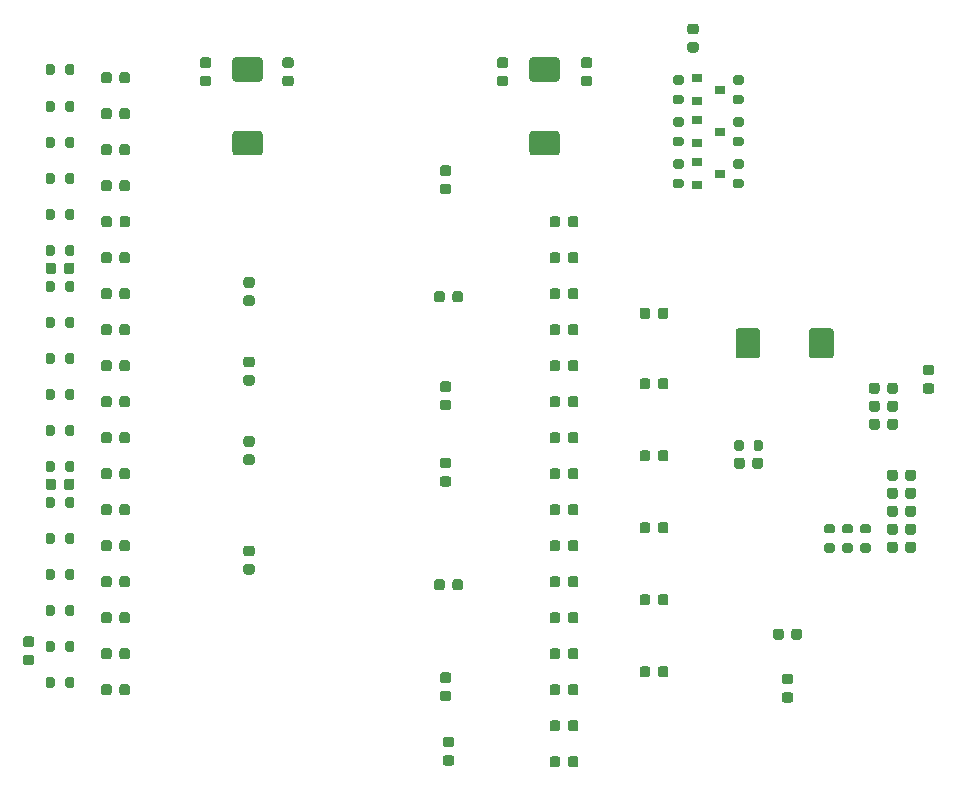
<source format=gbr>
%TF.GenerationSoftware,KiCad,Pcbnew,(5.1.10)-1*%
%TF.CreationDate,2023-09-20T18:37:59-05:00*%
%TF.ProjectId,brs_flight_computer,6272735f-666c-4696-9768-745f636f6d70,A*%
%TF.SameCoordinates,Original*%
%TF.FileFunction,Paste,Bot*%
%TF.FilePolarity,Positive*%
%FSLAX46Y46*%
G04 Gerber Fmt 4.6, Leading zero omitted, Abs format (unit mm)*
G04 Created by KiCad (PCBNEW (5.1.10)-1) date 2023-09-20 18:37:59*
%MOMM*%
%LPD*%
G01*
G04 APERTURE LIST*
%ADD10R,0.900000X0.800000*%
G04 APERTURE END LIST*
%TO.C,R48*%
G36*
G01*
X118408000Y-117877000D02*
X118408000Y-117327000D01*
G75*
G02*
X118608000Y-117127000I200000J0D01*
G01*
X119008000Y-117127000D01*
G75*
G02*
X119208000Y-117327000I0J-200000D01*
G01*
X119208000Y-117877000D01*
G75*
G02*
X119008000Y-118077000I-200000J0D01*
G01*
X118608000Y-118077000D01*
G75*
G02*
X118408000Y-117877000I0J200000D01*
G01*
G37*
G36*
G01*
X116758000Y-117877000D02*
X116758000Y-117327000D01*
G75*
G02*
X116958000Y-117127000I200000J0D01*
G01*
X117358000Y-117127000D01*
G75*
G02*
X117558000Y-117327000I0J-200000D01*
G01*
X117558000Y-117877000D01*
G75*
G02*
X117358000Y-118077000I-200000J0D01*
G01*
X116958000Y-118077000D01*
G75*
G02*
X116758000Y-117877000I0J200000D01*
G01*
G37*
%TD*%
%TO.C,R47*%
G36*
G01*
X118408000Y-120925000D02*
X118408000Y-120375000D01*
G75*
G02*
X118608000Y-120175000I200000J0D01*
G01*
X119008000Y-120175000D01*
G75*
G02*
X119208000Y-120375000I0J-200000D01*
G01*
X119208000Y-120925000D01*
G75*
G02*
X119008000Y-121125000I-200000J0D01*
G01*
X118608000Y-121125000D01*
G75*
G02*
X118408000Y-120925000I0J200000D01*
G01*
G37*
G36*
G01*
X116758000Y-120925000D02*
X116758000Y-120375000D01*
G75*
G02*
X116958000Y-120175000I200000J0D01*
G01*
X117358000Y-120175000D01*
G75*
G02*
X117558000Y-120375000I0J-200000D01*
G01*
X117558000Y-120925000D01*
G75*
G02*
X117358000Y-121125000I-200000J0D01*
G01*
X116958000Y-121125000D01*
G75*
G02*
X116758000Y-120925000I0J200000D01*
G01*
G37*
%TD*%
%TO.C,R45*%
G36*
G01*
X118408000Y-123973000D02*
X118408000Y-123423000D01*
G75*
G02*
X118608000Y-123223000I200000J0D01*
G01*
X119008000Y-123223000D01*
G75*
G02*
X119208000Y-123423000I0J-200000D01*
G01*
X119208000Y-123973000D01*
G75*
G02*
X119008000Y-124173000I-200000J0D01*
G01*
X118608000Y-124173000D01*
G75*
G02*
X118408000Y-123973000I0J200000D01*
G01*
G37*
G36*
G01*
X116758000Y-123973000D02*
X116758000Y-123423000D01*
G75*
G02*
X116958000Y-123223000I200000J0D01*
G01*
X117358000Y-123223000D01*
G75*
G02*
X117558000Y-123423000I0J-200000D01*
G01*
X117558000Y-123973000D01*
G75*
G02*
X117358000Y-124173000I-200000J0D01*
G01*
X116958000Y-124173000D01*
G75*
G02*
X116758000Y-123973000I0J200000D01*
G01*
G37*
%TD*%
%TO.C,R44*%
G36*
G01*
X118408000Y-127021000D02*
X118408000Y-126471000D01*
G75*
G02*
X118608000Y-126271000I200000J0D01*
G01*
X119008000Y-126271000D01*
G75*
G02*
X119208000Y-126471000I0J-200000D01*
G01*
X119208000Y-127021000D01*
G75*
G02*
X119008000Y-127221000I-200000J0D01*
G01*
X118608000Y-127221000D01*
G75*
G02*
X118408000Y-127021000I0J200000D01*
G01*
G37*
G36*
G01*
X116758000Y-127021000D02*
X116758000Y-126471000D01*
G75*
G02*
X116958000Y-126271000I200000J0D01*
G01*
X117358000Y-126271000D01*
G75*
G02*
X117558000Y-126471000I0J-200000D01*
G01*
X117558000Y-127021000D01*
G75*
G02*
X117358000Y-127221000I-200000J0D01*
G01*
X116958000Y-127221000D01*
G75*
G02*
X116758000Y-127021000I0J200000D01*
G01*
G37*
%TD*%
%TO.C,R41*%
G36*
G01*
X118408000Y-130069000D02*
X118408000Y-129519000D01*
G75*
G02*
X118608000Y-129319000I200000J0D01*
G01*
X119008000Y-129319000D01*
G75*
G02*
X119208000Y-129519000I0J-200000D01*
G01*
X119208000Y-130069000D01*
G75*
G02*
X119008000Y-130269000I-200000J0D01*
G01*
X118608000Y-130269000D01*
G75*
G02*
X118408000Y-130069000I0J200000D01*
G01*
G37*
G36*
G01*
X116758000Y-130069000D02*
X116758000Y-129519000D01*
G75*
G02*
X116958000Y-129319000I200000J0D01*
G01*
X117358000Y-129319000D01*
G75*
G02*
X117558000Y-129519000I0J-200000D01*
G01*
X117558000Y-130069000D01*
G75*
G02*
X117358000Y-130269000I-200000J0D01*
G01*
X116958000Y-130269000D01*
G75*
G02*
X116758000Y-130069000I0J200000D01*
G01*
G37*
%TD*%
%TO.C,R40*%
G36*
G01*
X118408000Y-99589000D02*
X118408000Y-99039000D01*
G75*
G02*
X118608000Y-98839000I200000J0D01*
G01*
X119008000Y-98839000D01*
G75*
G02*
X119208000Y-99039000I0J-200000D01*
G01*
X119208000Y-99589000D01*
G75*
G02*
X119008000Y-99789000I-200000J0D01*
G01*
X118608000Y-99789000D01*
G75*
G02*
X118408000Y-99589000I0J200000D01*
G01*
G37*
G36*
G01*
X116758000Y-99589000D02*
X116758000Y-99039000D01*
G75*
G02*
X116958000Y-98839000I200000J0D01*
G01*
X117358000Y-98839000D01*
G75*
G02*
X117558000Y-99039000I0J-200000D01*
G01*
X117558000Y-99589000D01*
G75*
G02*
X117358000Y-99789000I-200000J0D01*
G01*
X116958000Y-99789000D01*
G75*
G02*
X116758000Y-99589000I0J200000D01*
G01*
G37*
%TD*%
%TO.C,R39*%
G36*
G01*
X118408000Y-102637000D02*
X118408000Y-102087000D01*
G75*
G02*
X118608000Y-101887000I200000J0D01*
G01*
X119008000Y-101887000D01*
G75*
G02*
X119208000Y-102087000I0J-200000D01*
G01*
X119208000Y-102637000D01*
G75*
G02*
X119008000Y-102837000I-200000J0D01*
G01*
X118608000Y-102837000D01*
G75*
G02*
X118408000Y-102637000I0J200000D01*
G01*
G37*
G36*
G01*
X116758000Y-102637000D02*
X116758000Y-102087000D01*
G75*
G02*
X116958000Y-101887000I200000J0D01*
G01*
X117358000Y-101887000D01*
G75*
G02*
X117558000Y-102087000I0J-200000D01*
G01*
X117558000Y-102637000D01*
G75*
G02*
X117358000Y-102837000I-200000J0D01*
G01*
X116958000Y-102837000D01*
G75*
G02*
X116758000Y-102637000I0J200000D01*
G01*
G37*
%TD*%
%TO.C,R38*%
G36*
G01*
X118408000Y-105685000D02*
X118408000Y-105135000D01*
G75*
G02*
X118608000Y-104935000I200000J0D01*
G01*
X119008000Y-104935000D01*
G75*
G02*
X119208000Y-105135000I0J-200000D01*
G01*
X119208000Y-105685000D01*
G75*
G02*
X119008000Y-105885000I-200000J0D01*
G01*
X118608000Y-105885000D01*
G75*
G02*
X118408000Y-105685000I0J200000D01*
G01*
G37*
G36*
G01*
X116758000Y-105685000D02*
X116758000Y-105135000D01*
G75*
G02*
X116958000Y-104935000I200000J0D01*
G01*
X117358000Y-104935000D01*
G75*
G02*
X117558000Y-105135000I0J-200000D01*
G01*
X117558000Y-105685000D01*
G75*
G02*
X117358000Y-105885000I-200000J0D01*
G01*
X116958000Y-105885000D01*
G75*
G02*
X116758000Y-105685000I0J200000D01*
G01*
G37*
%TD*%
%TO.C,R29*%
G36*
G01*
X118408000Y-108733000D02*
X118408000Y-108183000D01*
G75*
G02*
X118608000Y-107983000I200000J0D01*
G01*
X119008000Y-107983000D01*
G75*
G02*
X119208000Y-108183000I0J-200000D01*
G01*
X119208000Y-108733000D01*
G75*
G02*
X119008000Y-108933000I-200000J0D01*
G01*
X118608000Y-108933000D01*
G75*
G02*
X118408000Y-108733000I0J200000D01*
G01*
G37*
G36*
G01*
X116758000Y-108733000D02*
X116758000Y-108183000D01*
G75*
G02*
X116958000Y-107983000I200000J0D01*
G01*
X117358000Y-107983000D01*
G75*
G02*
X117558000Y-108183000I0J-200000D01*
G01*
X117558000Y-108733000D01*
G75*
G02*
X117358000Y-108933000I-200000J0D01*
G01*
X116958000Y-108933000D01*
G75*
G02*
X116758000Y-108733000I0J200000D01*
G01*
G37*
%TD*%
%TO.C,R28*%
G36*
G01*
X118408000Y-111781000D02*
X118408000Y-111231000D01*
G75*
G02*
X118608000Y-111031000I200000J0D01*
G01*
X119008000Y-111031000D01*
G75*
G02*
X119208000Y-111231000I0J-200000D01*
G01*
X119208000Y-111781000D01*
G75*
G02*
X119008000Y-111981000I-200000J0D01*
G01*
X118608000Y-111981000D01*
G75*
G02*
X118408000Y-111781000I0J200000D01*
G01*
G37*
G36*
G01*
X116758000Y-111781000D02*
X116758000Y-111231000D01*
G75*
G02*
X116958000Y-111031000I200000J0D01*
G01*
X117358000Y-111031000D01*
G75*
G02*
X117558000Y-111231000I0J-200000D01*
G01*
X117558000Y-111781000D01*
G75*
G02*
X117358000Y-111981000I-200000J0D01*
G01*
X116958000Y-111981000D01*
G75*
G02*
X116758000Y-111781000I0J200000D01*
G01*
G37*
%TD*%
%TO.C,R27*%
G36*
G01*
X118408000Y-81301000D02*
X118408000Y-80751000D01*
G75*
G02*
X118608000Y-80551000I200000J0D01*
G01*
X119008000Y-80551000D01*
G75*
G02*
X119208000Y-80751000I0J-200000D01*
G01*
X119208000Y-81301000D01*
G75*
G02*
X119008000Y-81501000I-200000J0D01*
G01*
X118608000Y-81501000D01*
G75*
G02*
X118408000Y-81301000I0J200000D01*
G01*
G37*
G36*
G01*
X116758000Y-81301000D02*
X116758000Y-80751000D01*
G75*
G02*
X116958000Y-80551000I200000J0D01*
G01*
X117358000Y-80551000D01*
G75*
G02*
X117558000Y-80751000I0J-200000D01*
G01*
X117558000Y-81301000D01*
G75*
G02*
X117358000Y-81501000I-200000J0D01*
G01*
X116958000Y-81501000D01*
G75*
G02*
X116758000Y-81301000I0J200000D01*
G01*
G37*
%TD*%
%TO.C,R26*%
G36*
G01*
X118408000Y-84349000D02*
X118408000Y-83799000D01*
G75*
G02*
X118608000Y-83599000I200000J0D01*
G01*
X119008000Y-83599000D01*
G75*
G02*
X119208000Y-83799000I0J-200000D01*
G01*
X119208000Y-84349000D01*
G75*
G02*
X119008000Y-84549000I-200000J0D01*
G01*
X118608000Y-84549000D01*
G75*
G02*
X118408000Y-84349000I0J200000D01*
G01*
G37*
G36*
G01*
X116758000Y-84349000D02*
X116758000Y-83799000D01*
G75*
G02*
X116958000Y-83599000I200000J0D01*
G01*
X117358000Y-83599000D01*
G75*
G02*
X117558000Y-83799000I0J-200000D01*
G01*
X117558000Y-84349000D01*
G75*
G02*
X117358000Y-84549000I-200000J0D01*
G01*
X116958000Y-84549000D01*
G75*
G02*
X116758000Y-84349000I0J200000D01*
G01*
G37*
%TD*%
%TO.C,R13*%
G36*
G01*
X118408000Y-87397000D02*
X118408000Y-86847000D01*
G75*
G02*
X118608000Y-86647000I200000J0D01*
G01*
X119008000Y-86647000D01*
G75*
G02*
X119208000Y-86847000I0J-200000D01*
G01*
X119208000Y-87397000D01*
G75*
G02*
X119008000Y-87597000I-200000J0D01*
G01*
X118608000Y-87597000D01*
G75*
G02*
X118408000Y-87397000I0J200000D01*
G01*
G37*
G36*
G01*
X116758000Y-87397000D02*
X116758000Y-86847000D01*
G75*
G02*
X116958000Y-86647000I200000J0D01*
G01*
X117358000Y-86647000D01*
G75*
G02*
X117558000Y-86847000I0J-200000D01*
G01*
X117558000Y-87397000D01*
G75*
G02*
X117358000Y-87597000I-200000J0D01*
G01*
X116958000Y-87597000D01*
G75*
G02*
X116758000Y-87397000I0J200000D01*
G01*
G37*
%TD*%
%TO.C,R12*%
G36*
G01*
X118408000Y-90445000D02*
X118408000Y-89895000D01*
G75*
G02*
X118608000Y-89695000I200000J0D01*
G01*
X119008000Y-89695000D01*
G75*
G02*
X119208000Y-89895000I0J-200000D01*
G01*
X119208000Y-90445000D01*
G75*
G02*
X119008000Y-90645000I-200000J0D01*
G01*
X118608000Y-90645000D01*
G75*
G02*
X118408000Y-90445000I0J200000D01*
G01*
G37*
G36*
G01*
X116758000Y-90445000D02*
X116758000Y-89895000D01*
G75*
G02*
X116958000Y-89695000I200000J0D01*
G01*
X117358000Y-89695000D01*
G75*
G02*
X117558000Y-89895000I0J-200000D01*
G01*
X117558000Y-90445000D01*
G75*
G02*
X117358000Y-90645000I-200000J0D01*
G01*
X116958000Y-90645000D01*
G75*
G02*
X116758000Y-90445000I0J200000D01*
G01*
G37*
%TD*%
%TO.C,R11*%
G36*
G01*
X118408000Y-93493000D02*
X118408000Y-92943000D01*
G75*
G02*
X118608000Y-92743000I200000J0D01*
G01*
X119008000Y-92743000D01*
G75*
G02*
X119208000Y-92943000I0J-200000D01*
G01*
X119208000Y-93493000D01*
G75*
G02*
X119008000Y-93693000I-200000J0D01*
G01*
X118608000Y-93693000D01*
G75*
G02*
X118408000Y-93493000I0J200000D01*
G01*
G37*
G36*
G01*
X116758000Y-93493000D02*
X116758000Y-92943000D01*
G75*
G02*
X116958000Y-92743000I200000J0D01*
G01*
X117358000Y-92743000D01*
G75*
G02*
X117558000Y-92943000I0J-200000D01*
G01*
X117558000Y-93493000D01*
G75*
G02*
X117358000Y-93693000I-200000J0D01*
G01*
X116958000Y-93693000D01*
G75*
G02*
X116758000Y-93493000I0J200000D01*
G01*
G37*
%TD*%
%TO.C,R10*%
G36*
G01*
X185907000Y-118027000D02*
X186457000Y-118027000D01*
G75*
G02*
X186657000Y-118227000I0J-200000D01*
G01*
X186657000Y-118627000D01*
G75*
G02*
X186457000Y-118827000I-200000J0D01*
G01*
X185907000Y-118827000D01*
G75*
G02*
X185707000Y-118627000I0J200000D01*
G01*
X185707000Y-118227000D01*
G75*
G02*
X185907000Y-118027000I200000J0D01*
G01*
G37*
G36*
G01*
X185907000Y-116377000D02*
X186457000Y-116377000D01*
G75*
G02*
X186657000Y-116577000I0J-200000D01*
G01*
X186657000Y-116977000D01*
G75*
G02*
X186457000Y-117177000I-200000J0D01*
G01*
X185907000Y-117177000D01*
G75*
G02*
X185707000Y-116977000I0J200000D01*
G01*
X185707000Y-116577000D01*
G75*
G02*
X185907000Y-116377000I200000J0D01*
G01*
G37*
%TD*%
%TO.C,C30*%
G36*
G01*
X133735000Y-97035500D02*
X134235000Y-97035500D01*
G75*
G02*
X134460000Y-97260500I0J-225000D01*
G01*
X134460000Y-97710500D01*
G75*
G02*
X134235000Y-97935500I-225000J0D01*
G01*
X133735000Y-97935500D01*
G75*
G02*
X133510000Y-97710500I0J225000D01*
G01*
X133510000Y-97260500D01*
G75*
G02*
X133735000Y-97035500I225000J0D01*
G01*
G37*
G36*
G01*
X133735000Y-95485500D02*
X134235000Y-95485500D01*
G75*
G02*
X134460000Y-95710500I0J-225000D01*
G01*
X134460000Y-96160500D01*
G75*
G02*
X134235000Y-96385500I-225000J0D01*
G01*
X133735000Y-96385500D01*
G75*
G02*
X133510000Y-96160500I0J225000D01*
G01*
X133510000Y-95710500D01*
G75*
G02*
X133735000Y-95485500I225000J0D01*
G01*
G37*
%TD*%
%TO.C,C1*%
G36*
G01*
X187368000Y-104652000D02*
X187368000Y-105152000D01*
G75*
G02*
X187143000Y-105377000I-225000J0D01*
G01*
X186693000Y-105377000D01*
G75*
G02*
X186468000Y-105152000I0J225000D01*
G01*
X186468000Y-104652000D01*
G75*
G02*
X186693000Y-104427000I225000J0D01*
G01*
X187143000Y-104427000D01*
G75*
G02*
X187368000Y-104652000I0J-225000D01*
G01*
G37*
G36*
G01*
X188918000Y-104652000D02*
X188918000Y-105152000D01*
G75*
G02*
X188693000Y-105377000I-225000J0D01*
G01*
X188243000Y-105377000D01*
G75*
G02*
X188018000Y-105152000I0J225000D01*
G01*
X188018000Y-104652000D01*
G75*
G02*
X188243000Y-104427000I225000J0D01*
G01*
X188693000Y-104427000D01*
G75*
G02*
X188918000Y-104652000I0J-225000D01*
G01*
G37*
%TD*%
%TO.C,C29*%
G36*
G01*
X115066000Y-127452000D02*
X115566000Y-127452000D01*
G75*
G02*
X115791000Y-127677000I0J-225000D01*
G01*
X115791000Y-128127000D01*
G75*
G02*
X115566000Y-128352000I-225000J0D01*
G01*
X115066000Y-128352000D01*
G75*
G02*
X114841000Y-128127000I0J225000D01*
G01*
X114841000Y-127677000D01*
G75*
G02*
X115066000Y-127452000I225000J0D01*
G01*
G37*
G36*
G01*
X115066000Y-125902000D02*
X115566000Y-125902000D01*
G75*
G02*
X115791000Y-126127000I0J-225000D01*
G01*
X115791000Y-126577000D01*
G75*
G02*
X115566000Y-126802000I-225000J0D01*
G01*
X115066000Y-126802000D01*
G75*
G02*
X114841000Y-126577000I0J225000D01*
G01*
X114841000Y-126127000D01*
G75*
G02*
X115066000Y-125902000I225000J0D01*
G01*
G37*
%TD*%
%TO.C,C28*%
G36*
G01*
X118308000Y-94992000D02*
X118308000Y-94492000D01*
G75*
G02*
X118533000Y-94267000I225000J0D01*
G01*
X118983000Y-94267000D01*
G75*
G02*
X119208000Y-94492000I0J-225000D01*
G01*
X119208000Y-94992000D01*
G75*
G02*
X118983000Y-95217000I-225000J0D01*
G01*
X118533000Y-95217000D01*
G75*
G02*
X118308000Y-94992000I0J225000D01*
G01*
G37*
G36*
G01*
X116758000Y-94992000D02*
X116758000Y-94492000D01*
G75*
G02*
X116983000Y-94267000I225000J0D01*
G01*
X117433000Y-94267000D01*
G75*
G02*
X117658000Y-94492000I0J-225000D01*
G01*
X117658000Y-94992000D01*
G75*
G02*
X117433000Y-95217000I-225000J0D01*
G01*
X116983000Y-95217000D01*
G75*
G02*
X116758000Y-94992000I0J225000D01*
G01*
G37*
%TD*%
%TO.C,C17*%
G36*
G01*
X118308000Y-113280000D02*
X118308000Y-112780000D01*
G75*
G02*
X118533000Y-112555000I225000J0D01*
G01*
X118983000Y-112555000D01*
G75*
G02*
X119208000Y-112780000I0J-225000D01*
G01*
X119208000Y-113280000D01*
G75*
G02*
X118983000Y-113505000I-225000J0D01*
G01*
X118533000Y-113505000D01*
G75*
G02*
X118308000Y-113280000I0J225000D01*
G01*
G37*
G36*
G01*
X116758000Y-113280000D02*
X116758000Y-112780000D01*
G75*
G02*
X116983000Y-112555000I225000J0D01*
G01*
X117433000Y-112555000D01*
G75*
G02*
X117658000Y-112780000I0J-225000D01*
G01*
X117658000Y-113280000D01*
G75*
G02*
X117433000Y-113505000I-225000J0D01*
G01*
X116983000Y-113505000D01*
G75*
G02*
X116758000Y-113280000I0J225000D01*
G01*
G37*
%TD*%
%TO.C,R80*%
G36*
G01*
X175674700Y-79191300D02*
X175124700Y-79191300D01*
G75*
G02*
X174924700Y-78991300I0J200000D01*
G01*
X174924700Y-78591300D01*
G75*
G02*
X175124700Y-78391300I200000J0D01*
G01*
X175674700Y-78391300D01*
G75*
G02*
X175874700Y-78591300I0J-200000D01*
G01*
X175874700Y-78991300D01*
G75*
G02*
X175674700Y-79191300I-200000J0D01*
G01*
G37*
G36*
G01*
X175674700Y-80841300D02*
X175124700Y-80841300D01*
G75*
G02*
X174924700Y-80641300I0J200000D01*
G01*
X174924700Y-80241300D01*
G75*
G02*
X175124700Y-80041300I200000J0D01*
G01*
X175674700Y-80041300D01*
G75*
G02*
X175874700Y-80241300I0J-200000D01*
G01*
X175874700Y-80641300D01*
G75*
G02*
X175674700Y-80841300I-200000J0D01*
G01*
G37*
%TD*%
%TO.C,R78*%
G36*
G01*
X170044700Y-80041300D02*
X170594700Y-80041300D01*
G75*
G02*
X170794700Y-80241300I0J-200000D01*
G01*
X170794700Y-80641300D01*
G75*
G02*
X170594700Y-80841300I-200000J0D01*
G01*
X170044700Y-80841300D01*
G75*
G02*
X169844700Y-80641300I0J200000D01*
G01*
X169844700Y-80241300D01*
G75*
G02*
X170044700Y-80041300I200000J0D01*
G01*
G37*
G36*
G01*
X170044700Y-78391300D02*
X170594700Y-78391300D01*
G75*
G02*
X170794700Y-78591300I0J-200000D01*
G01*
X170794700Y-78991300D01*
G75*
G02*
X170594700Y-79191300I-200000J0D01*
G01*
X170044700Y-79191300D01*
G75*
G02*
X169844700Y-78991300I0J200000D01*
G01*
X169844700Y-78591300D01*
G75*
G02*
X170044700Y-78391300I200000J0D01*
G01*
G37*
%TD*%
%TO.C,R77*%
G36*
G01*
X175674700Y-82747300D02*
X175124700Y-82747300D01*
G75*
G02*
X174924700Y-82547300I0J200000D01*
G01*
X174924700Y-82147300D01*
G75*
G02*
X175124700Y-81947300I200000J0D01*
G01*
X175674700Y-81947300D01*
G75*
G02*
X175874700Y-82147300I0J-200000D01*
G01*
X175874700Y-82547300D01*
G75*
G02*
X175674700Y-82747300I-200000J0D01*
G01*
G37*
G36*
G01*
X175674700Y-84397300D02*
X175124700Y-84397300D01*
G75*
G02*
X174924700Y-84197300I0J200000D01*
G01*
X174924700Y-83797300D01*
G75*
G02*
X175124700Y-83597300I200000J0D01*
G01*
X175674700Y-83597300D01*
G75*
G02*
X175874700Y-83797300I0J-200000D01*
G01*
X175874700Y-84197300D01*
G75*
G02*
X175674700Y-84397300I-200000J0D01*
G01*
G37*
%TD*%
%TO.C,R76*%
G36*
G01*
X170044700Y-83597300D02*
X170594700Y-83597300D01*
G75*
G02*
X170794700Y-83797300I0J-200000D01*
G01*
X170794700Y-84197300D01*
G75*
G02*
X170594700Y-84397300I-200000J0D01*
G01*
X170044700Y-84397300D01*
G75*
G02*
X169844700Y-84197300I0J200000D01*
G01*
X169844700Y-83797300D01*
G75*
G02*
X170044700Y-83597300I200000J0D01*
G01*
G37*
G36*
G01*
X170044700Y-81947300D02*
X170594700Y-81947300D01*
G75*
G02*
X170794700Y-82147300I0J-200000D01*
G01*
X170794700Y-82547300D01*
G75*
G02*
X170594700Y-82747300I-200000J0D01*
G01*
X170044700Y-82747300D01*
G75*
G02*
X169844700Y-82547300I0J200000D01*
G01*
X169844700Y-82147300D01*
G75*
G02*
X170044700Y-81947300I200000J0D01*
G01*
G37*
%TD*%
%TO.C,R75*%
G36*
G01*
X175674700Y-86303300D02*
X175124700Y-86303300D01*
G75*
G02*
X174924700Y-86103300I0J200000D01*
G01*
X174924700Y-85703300D01*
G75*
G02*
X175124700Y-85503300I200000J0D01*
G01*
X175674700Y-85503300D01*
G75*
G02*
X175874700Y-85703300I0J-200000D01*
G01*
X175874700Y-86103300D01*
G75*
G02*
X175674700Y-86303300I-200000J0D01*
G01*
G37*
G36*
G01*
X175674700Y-87953300D02*
X175124700Y-87953300D01*
G75*
G02*
X174924700Y-87753300I0J200000D01*
G01*
X174924700Y-87353300D01*
G75*
G02*
X175124700Y-87153300I200000J0D01*
G01*
X175674700Y-87153300D01*
G75*
G02*
X175874700Y-87353300I0J-200000D01*
G01*
X175874700Y-87753300D01*
G75*
G02*
X175674700Y-87953300I-200000J0D01*
G01*
G37*
%TD*%
%TO.C,R74*%
G36*
G01*
X170044700Y-87153300D02*
X170594700Y-87153300D01*
G75*
G02*
X170794700Y-87353300I0J-200000D01*
G01*
X170794700Y-87753300D01*
G75*
G02*
X170594700Y-87953300I-200000J0D01*
G01*
X170044700Y-87953300D01*
G75*
G02*
X169844700Y-87753300I0J200000D01*
G01*
X169844700Y-87353300D01*
G75*
G02*
X170044700Y-87153300I200000J0D01*
G01*
G37*
G36*
G01*
X170044700Y-85503300D02*
X170594700Y-85503300D01*
G75*
G02*
X170794700Y-85703300I0J-200000D01*
G01*
X170794700Y-86103300D01*
G75*
G02*
X170594700Y-86303300I-200000J0D01*
G01*
X170044700Y-86303300D01*
G75*
G02*
X169844700Y-86103300I0J200000D01*
G01*
X169844700Y-85703300D01*
G75*
G02*
X170044700Y-85503300I200000J0D01*
G01*
G37*
%TD*%
%TO.C,R73*%
G36*
G01*
X118408000Y-114829000D02*
X118408000Y-114279000D01*
G75*
G02*
X118608000Y-114079000I200000J0D01*
G01*
X119008000Y-114079000D01*
G75*
G02*
X119208000Y-114279000I0J-200000D01*
G01*
X119208000Y-114829000D01*
G75*
G02*
X119008000Y-115029000I-200000J0D01*
G01*
X118608000Y-115029000D01*
G75*
G02*
X118408000Y-114829000I0J200000D01*
G01*
G37*
G36*
G01*
X116758000Y-114829000D02*
X116758000Y-114279000D01*
G75*
G02*
X116958000Y-114079000I200000J0D01*
G01*
X117358000Y-114079000D01*
G75*
G02*
X117558000Y-114279000I0J-200000D01*
G01*
X117558000Y-114829000D01*
G75*
G02*
X117358000Y-115029000I-200000J0D01*
G01*
X116958000Y-115029000D01*
G75*
G02*
X116758000Y-114829000I0J200000D01*
G01*
G37*
%TD*%
%TO.C,R72*%
G36*
G01*
X118408000Y-96541000D02*
X118408000Y-95991000D01*
G75*
G02*
X118608000Y-95791000I200000J0D01*
G01*
X119008000Y-95791000D01*
G75*
G02*
X119208000Y-95991000I0J-200000D01*
G01*
X119208000Y-96541000D01*
G75*
G02*
X119008000Y-96741000I-200000J0D01*
G01*
X118608000Y-96741000D01*
G75*
G02*
X118408000Y-96541000I0J200000D01*
G01*
G37*
G36*
G01*
X116758000Y-96541000D02*
X116758000Y-95991000D01*
G75*
G02*
X116958000Y-95791000I200000J0D01*
G01*
X117358000Y-95791000D01*
G75*
G02*
X117558000Y-95991000I0J-200000D01*
G01*
X117558000Y-96541000D01*
G75*
G02*
X117358000Y-96741000I-200000J0D01*
G01*
X116958000Y-96741000D01*
G75*
G02*
X116758000Y-96541000I0J200000D01*
G01*
G37*
%TD*%
%TO.C,R71*%
G36*
G01*
X118408000Y-78189500D02*
X118408000Y-77639500D01*
G75*
G02*
X118608000Y-77439500I200000J0D01*
G01*
X119008000Y-77439500D01*
G75*
G02*
X119208000Y-77639500I0J-200000D01*
G01*
X119208000Y-78189500D01*
G75*
G02*
X119008000Y-78389500I-200000J0D01*
G01*
X118608000Y-78389500D01*
G75*
G02*
X118408000Y-78189500I0J200000D01*
G01*
G37*
G36*
G01*
X116758000Y-78189500D02*
X116758000Y-77639500D01*
G75*
G02*
X116958000Y-77439500I200000J0D01*
G01*
X117358000Y-77439500D01*
G75*
G02*
X117558000Y-77639500I0J-200000D01*
G01*
X117558000Y-78189500D01*
G75*
G02*
X117358000Y-78389500I-200000J0D01*
G01*
X116958000Y-78389500D01*
G75*
G02*
X116758000Y-78189500I0J200000D01*
G01*
G37*
%TD*%
%TO.C,R3*%
G36*
G01*
X175851000Y-109453000D02*
X175851000Y-110003000D01*
G75*
G02*
X175651000Y-110203000I-200000J0D01*
G01*
X175251000Y-110203000D01*
G75*
G02*
X175051000Y-110003000I0J200000D01*
G01*
X175051000Y-109453000D01*
G75*
G02*
X175251000Y-109253000I200000J0D01*
G01*
X175651000Y-109253000D01*
G75*
G02*
X175851000Y-109453000I0J-200000D01*
G01*
G37*
G36*
G01*
X177501000Y-109453000D02*
X177501000Y-110003000D01*
G75*
G02*
X177301000Y-110203000I-200000J0D01*
G01*
X176901000Y-110203000D01*
G75*
G02*
X176701000Y-110003000I0J200000D01*
G01*
X176701000Y-109453000D01*
G75*
G02*
X176901000Y-109253000I200000J0D01*
G01*
X177301000Y-109253000D01*
G75*
G02*
X177501000Y-109453000I0J-200000D01*
G01*
G37*
%TD*%
%TO.C,R2*%
G36*
G01*
X184383000Y-118027000D02*
X184933000Y-118027000D01*
G75*
G02*
X185133000Y-118227000I0J-200000D01*
G01*
X185133000Y-118627000D01*
G75*
G02*
X184933000Y-118827000I-200000J0D01*
G01*
X184383000Y-118827000D01*
G75*
G02*
X184183000Y-118627000I0J200000D01*
G01*
X184183000Y-118227000D01*
G75*
G02*
X184383000Y-118027000I200000J0D01*
G01*
G37*
G36*
G01*
X184383000Y-116377000D02*
X184933000Y-116377000D01*
G75*
G02*
X185133000Y-116577000I0J-200000D01*
G01*
X185133000Y-116977000D01*
G75*
G02*
X184933000Y-117177000I-200000J0D01*
G01*
X184383000Y-117177000D01*
G75*
G02*
X184183000Y-116977000I0J200000D01*
G01*
X184183000Y-116577000D01*
G75*
G02*
X184383000Y-116377000I200000J0D01*
G01*
G37*
%TD*%
%TO.C,R1*%
G36*
G01*
X182859000Y-118027000D02*
X183409000Y-118027000D01*
G75*
G02*
X183609000Y-118227000I0J-200000D01*
G01*
X183609000Y-118627000D01*
G75*
G02*
X183409000Y-118827000I-200000J0D01*
G01*
X182859000Y-118827000D01*
G75*
G02*
X182659000Y-118627000I0J200000D01*
G01*
X182659000Y-118227000D01*
G75*
G02*
X182859000Y-118027000I200000J0D01*
G01*
G37*
G36*
G01*
X182859000Y-116377000D02*
X183409000Y-116377000D01*
G75*
G02*
X183609000Y-116577000I0J-200000D01*
G01*
X183609000Y-116977000D01*
G75*
G02*
X183409000Y-117177000I-200000J0D01*
G01*
X182859000Y-117177000D01*
G75*
G02*
X182659000Y-116977000I0J200000D01*
G01*
X182659000Y-116577000D01*
G75*
G02*
X182859000Y-116377000I200000J0D01*
G01*
G37*
%TD*%
D10*
%TO.C,Q3*%
X173875700Y-79616300D03*
X171875700Y-78666300D03*
X171875700Y-80566300D03*
%TD*%
%TO.C,Q2*%
X173875700Y-83172300D03*
X171875700Y-82222300D03*
X171875700Y-84122300D03*
%TD*%
%TO.C,Q1*%
X173875700Y-86728300D03*
X171875700Y-85778300D03*
X171875700Y-87678300D03*
%TD*%
%TO.C,C110*%
G36*
G01*
X155198000Y-78430000D02*
X155698000Y-78430000D01*
G75*
G02*
X155923000Y-78655000I0J-225000D01*
G01*
X155923000Y-79105000D01*
G75*
G02*
X155698000Y-79330000I-225000J0D01*
G01*
X155198000Y-79330000D01*
G75*
G02*
X154973000Y-79105000I0J225000D01*
G01*
X154973000Y-78655000D01*
G75*
G02*
X155198000Y-78430000I225000J0D01*
G01*
G37*
G36*
G01*
X155198000Y-76880000D02*
X155698000Y-76880000D01*
G75*
G02*
X155923000Y-77105000I0J-225000D01*
G01*
X155923000Y-77555000D01*
G75*
G02*
X155698000Y-77780000I-225000J0D01*
G01*
X155198000Y-77780000D01*
G75*
G02*
X154973000Y-77555000I0J225000D01*
G01*
X154973000Y-77105000D01*
G75*
G02*
X155198000Y-76880000I225000J0D01*
G01*
G37*
%TD*%
%TO.C,C109*%
G36*
G01*
X162310000Y-78430000D02*
X162810000Y-78430000D01*
G75*
G02*
X163035000Y-78655000I0J-225000D01*
G01*
X163035000Y-79105000D01*
G75*
G02*
X162810000Y-79330000I-225000J0D01*
G01*
X162310000Y-79330000D01*
G75*
G02*
X162085000Y-79105000I0J225000D01*
G01*
X162085000Y-78655000D01*
G75*
G02*
X162310000Y-78430000I225000J0D01*
G01*
G37*
G36*
G01*
X162310000Y-76880000D02*
X162810000Y-76880000D01*
G75*
G02*
X163035000Y-77105000I0J-225000D01*
G01*
X163035000Y-77555000D01*
G75*
G02*
X162810000Y-77780000I-225000J0D01*
G01*
X162310000Y-77780000D01*
G75*
G02*
X162085000Y-77555000I0J225000D01*
G01*
X162085000Y-77105000D01*
G75*
G02*
X162310000Y-76880000I225000J0D01*
G01*
G37*
%TD*%
%TO.C,C108*%
G36*
G01*
X157979000Y-83101000D02*
X160029000Y-83101000D01*
G75*
G02*
X160279000Y-83351000I0J-250000D01*
G01*
X160279000Y-84926000D01*
G75*
G02*
X160029000Y-85176000I-250000J0D01*
G01*
X157979000Y-85176000D01*
G75*
G02*
X157729000Y-84926000I0J250000D01*
G01*
X157729000Y-83351000D01*
G75*
G02*
X157979000Y-83101000I250000J0D01*
G01*
G37*
G36*
G01*
X157979000Y-76876000D02*
X160029000Y-76876000D01*
G75*
G02*
X160279000Y-77126000I0J-250000D01*
G01*
X160279000Y-78701000D01*
G75*
G02*
X160029000Y-78951000I-250000J0D01*
G01*
X157979000Y-78951000D01*
G75*
G02*
X157729000Y-78701000I0J250000D01*
G01*
X157729000Y-77126000D01*
G75*
G02*
X157979000Y-76876000I250000J0D01*
G01*
G37*
%TD*%
%TO.C,C107*%
G36*
G01*
X130052000Y-78430000D02*
X130552000Y-78430000D01*
G75*
G02*
X130777000Y-78655000I0J-225000D01*
G01*
X130777000Y-79105000D01*
G75*
G02*
X130552000Y-79330000I-225000J0D01*
G01*
X130052000Y-79330000D01*
G75*
G02*
X129827000Y-79105000I0J225000D01*
G01*
X129827000Y-78655000D01*
G75*
G02*
X130052000Y-78430000I225000J0D01*
G01*
G37*
G36*
G01*
X130052000Y-76880000D02*
X130552000Y-76880000D01*
G75*
G02*
X130777000Y-77105000I0J-225000D01*
G01*
X130777000Y-77555000D01*
G75*
G02*
X130552000Y-77780000I-225000J0D01*
G01*
X130052000Y-77780000D01*
G75*
G02*
X129827000Y-77555000I0J225000D01*
G01*
X129827000Y-77105000D01*
G75*
G02*
X130052000Y-76880000I225000J0D01*
G01*
G37*
%TD*%
%TO.C,C106*%
G36*
G01*
X137037000Y-78430000D02*
X137537000Y-78430000D01*
G75*
G02*
X137762000Y-78655000I0J-225000D01*
G01*
X137762000Y-79105000D01*
G75*
G02*
X137537000Y-79330000I-225000J0D01*
G01*
X137037000Y-79330000D01*
G75*
G02*
X136812000Y-79105000I0J225000D01*
G01*
X136812000Y-78655000D01*
G75*
G02*
X137037000Y-78430000I225000J0D01*
G01*
G37*
G36*
G01*
X137037000Y-76880000D02*
X137537000Y-76880000D01*
G75*
G02*
X137762000Y-77105000I0J-225000D01*
G01*
X137762000Y-77555000D01*
G75*
G02*
X137537000Y-77780000I-225000J0D01*
G01*
X137037000Y-77780000D01*
G75*
G02*
X136812000Y-77555000I0J225000D01*
G01*
X136812000Y-77105000D01*
G75*
G02*
X137037000Y-76880000I225000J0D01*
G01*
G37*
%TD*%
%TO.C,C105*%
G36*
G01*
X132833000Y-83101000D02*
X134883000Y-83101000D01*
G75*
G02*
X135133000Y-83351000I0J-250000D01*
G01*
X135133000Y-84926000D01*
G75*
G02*
X134883000Y-85176000I-250000J0D01*
G01*
X132833000Y-85176000D01*
G75*
G02*
X132583000Y-84926000I0J250000D01*
G01*
X132583000Y-83351000D01*
G75*
G02*
X132833000Y-83101000I250000J0D01*
G01*
G37*
G36*
G01*
X132833000Y-76876000D02*
X134883000Y-76876000D01*
G75*
G02*
X135133000Y-77126000I0J-250000D01*
G01*
X135133000Y-78701000D01*
G75*
G02*
X134883000Y-78951000I-250000J0D01*
G01*
X132833000Y-78951000D01*
G75*
G02*
X132583000Y-78701000I0J250000D01*
G01*
X132583000Y-77126000D01*
G75*
G02*
X132833000Y-76876000I250000J0D01*
G01*
G37*
%TD*%
%TO.C,C104*%
G36*
G01*
X171327000Y-75572500D02*
X171827000Y-75572500D01*
G75*
G02*
X172052000Y-75797500I0J-225000D01*
G01*
X172052000Y-76247500D01*
G75*
G02*
X171827000Y-76472500I-225000J0D01*
G01*
X171327000Y-76472500D01*
G75*
G02*
X171102000Y-76247500I0J225000D01*
G01*
X171102000Y-75797500D01*
G75*
G02*
X171327000Y-75572500I225000J0D01*
G01*
G37*
G36*
G01*
X171327000Y-74022500D02*
X171827000Y-74022500D01*
G75*
G02*
X172052000Y-74247500I0J-225000D01*
G01*
X172052000Y-74697500D01*
G75*
G02*
X171827000Y-74922500I-225000J0D01*
G01*
X171327000Y-74922500D01*
G75*
G02*
X171102000Y-74697500I0J225000D01*
G01*
X171102000Y-74247500D01*
G75*
G02*
X171327000Y-74022500I225000J0D01*
G01*
G37*
%TD*%
%TO.C,C99*%
G36*
G01*
X133735000Y-119768500D02*
X134235000Y-119768500D01*
G75*
G02*
X134460000Y-119993500I0J-225000D01*
G01*
X134460000Y-120443500D01*
G75*
G02*
X134235000Y-120668500I-225000J0D01*
G01*
X133735000Y-120668500D01*
G75*
G02*
X133510000Y-120443500I0J225000D01*
G01*
X133510000Y-119993500D01*
G75*
G02*
X133735000Y-119768500I225000J0D01*
G01*
G37*
G36*
G01*
X133735000Y-118218500D02*
X134235000Y-118218500D01*
G75*
G02*
X134460000Y-118443500I0J-225000D01*
G01*
X134460000Y-118893500D01*
G75*
G02*
X134235000Y-119118500I-225000J0D01*
G01*
X133735000Y-119118500D01*
G75*
G02*
X133510000Y-118893500I0J225000D01*
G01*
X133510000Y-118443500D01*
G75*
G02*
X133735000Y-118218500I225000J0D01*
G01*
G37*
%TD*%
%TO.C,C97*%
G36*
G01*
X122357000Y-108843000D02*
X122357000Y-109343000D01*
G75*
G02*
X122132000Y-109568000I-225000J0D01*
G01*
X121682000Y-109568000D01*
G75*
G02*
X121457000Y-109343000I0J225000D01*
G01*
X121457000Y-108843000D01*
G75*
G02*
X121682000Y-108618000I225000J0D01*
G01*
X122132000Y-108618000D01*
G75*
G02*
X122357000Y-108843000I0J-225000D01*
G01*
G37*
G36*
G01*
X123907000Y-108843000D02*
X123907000Y-109343000D01*
G75*
G02*
X123682000Y-109568000I-225000J0D01*
G01*
X123232000Y-109568000D01*
G75*
G02*
X123007000Y-109343000I0J225000D01*
G01*
X123007000Y-108843000D01*
G75*
G02*
X123232000Y-108618000I225000J0D01*
G01*
X123682000Y-108618000D01*
G75*
G02*
X123907000Y-108843000I0J-225000D01*
G01*
G37*
%TD*%
%TO.C,C96*%
G36*
G01*
X122357000Y-93603000D02*
X122357000Y-94103000D01*
G75*
G02*
X122132000Y-94328000I-225000J0D01*
G01*
X121682000Y-94328000D01*
G75*
G02*
X121457000Y-94103000I0J225000D01*
G01*
X121457000Y-93603000D01*
G75*
G02*
X121682000Y-93378000I225000J0D01*
G01*
X122132000Y-93378000D01*
G75*
G02*
X122357000Y-93603000I0J-225000D01*
G01*
G37*
G36*
G01*
X123907000Y-93603000D02*
X123907000Y-94103000D01*
G75*
G02*
X123682000Y-94328000I-225000J0D01*
G01*
X123232000Y-94328000D01*
G75*
G02*
X123007000Y-94103000I0J225000D01*
G01*
X123007000Y-93603000D01*
G75*
G02*
X123232000Y-93378000I225000J0D01*
G01*
X123682000Y-93378000D01*
G75*
G02*
X123907000Y-93603000I0J-225000D01*
G01*
G37*
%TD*%
%TO.C,C93*%
G36*
G01*
X122357000Y-130179000D02*
X122357000Y-130679000D01*
G75*
G02*
X122132000Y-130904000I-225000J0D01*
G01*
X121682000Y-130904000D01*
G75*
G02*
X121457000Y-130679000I0J225000D01*
G01*
X121457000Y-130179000D01*
G75*
G02*
X121682000Y-129954000I225000J0D01*
G01*
X122132000Y-129954000D01*
G75*
G02*
X122357000Y-130179000I0J-225000D01*
G01*
G37*
G36*
G01*
X123907000Y-130179000D02*
X123907000Y-130679000D01*
G75*
G02*
X123682000Y-130904000I-225000J0D01*
G01*
X123232000Y-130904000D01*
G75*
G02*
X123007000Y-130679000I0J225000D01*
G01*
X123007000Y-130179000D01*
G75*
G02*
X123232000Y-129954000I225000J0D01*
G01*
X123682000Y-129954000D01*
G75*
G02*
X123907000Y-130179000I0J-225000D01*
G01*
G37*
%TD*%
%TO.C,C92*%
G36*
G01*
X122370000Y-90555000D02*
X122370000Y-91055000D01*
G75*
G02*
X122145000Y-91280000I-225000J0D01*
G01*
X121695000Y-91280000D01*
G75*
G02*
X121470000Y-91055000I0J225000D01*
G01*
X121470000Y-90555000D01*
G75*
G02*
X121695000Y-90330000I225000J0D01*
G01*
X122145000Y-90330000D01*
G75*
G02*
X122370000Y-90555000I0J-225000D01*
G01*
G37*
G36*
G01*
X123920000Y-90555000D02*
X123920000Y-91055000D01*
G75*
G02*
X123695000Y-91280000I-225000J0D01*
G01*
X123245000Y-91280000D01*
G75*
G02*
X123020000Y-91055000I0J225000D01*
G01*
X123020000Y-90555000D01*
G75*
G02*
X123245000Y-90330000I225000J0D01*
G01*
X123695000Y-90330000D01*
G75*
G02*
X123920000Y-90555000I0J-225000D01*
G01*
G37*
%TD*%
%TO.C,C91*%
G36*
G01*
X133735000Y-103766500D02*
X134235000Y-103766500D01*
G75*
G02*
X134460000Y-103991500I0J-225000D01*
G01*
X134460000Y-104441500D01*
G75*
G02*
X134235000Y-104666500I-225000J0D01*
G01*
X133735000Y-104666500D01*
G75*
G02*
X133510000Y-104441500I0J225000D01*
G01*
X133510000Y-103991500D01*
G75*
G02*
X133735000Y-103766500I225000J0D01*
G01*
G37*
G36*
G01*
X133735000Y-102216500D02*
X134235000Y-102216500D01*
G75*
G02*
X134460000Y-102441500I0J-225000D01*
G01*
X134460000Y-102891500D01*
G75*
G02*
X134235000Y-103116500I-225000J0D01*
G01*
X133735000Y-103116500D01*
G75*
G02*
X133510000Y-102891500I0J225000D01*
G01*
X133510000Y-102441500D01*
G75*
G02*
X133735000Y-102216500I225000J0D01*
G01*
G37*
%TD*%
%TO.C,C90*%
G36*
G01*
X122357000Y-121035000D02*
X122357000Y-121535000D01*
G75*
G02*
X122132000Y-121760000I-225000J0D01*
G01*
X121682000Y-121760000D01*
G75*
G02*
X121457000Y-121535000I0J225000D01*
G01*
X121457000Y-121035000D01*
G75*
G02*
X121682000Y-120810000I225000J0D01*
G01*
X122132000Y-120810000D01*
G75*
G02*
X122357000Y-121035000I0J-225000D01*
G01*
G37*
G36*
G01*
X123907000Y-121035000D02*
X123907000Y-121535000D01*
G75*
G02*
X123682000Y-121760000I-225000J0D01*
G01*
X123232000Y-121760000D01*
G75*
G02*
X123007000Y-121535000I0J225000D01*
G01*
X123007000Y-121035000D01*
G75*
G02*
X123232000Y-120810000I225000J0D01*
G01*
X123682000Y-120810000D01*
G75*
G02*
X123907000Y-121035000I0J-225000D01*
G01*
G37*
%TD*%
%TO.C,C89*%
G36*
G01*
X122357000Y-105795000D02*
X122357000Y-106295000D01*
G75*
G02*
X122132000Y-106520000I-225000J0D01*
G01*
X121682000Y-106520000D01*
G75*
G02*
X121457000Y-106295000I0J225000D01*
G01*
X121457000Y-105795000D01*
G75*
G02*
X121682000Y-105570000I225000J0D01*
G01*
X122132000Y-105570000D01*
G75*
G02*
X122357000Y-105795000I0J-225000D01*
G01*
G37*
G36*
G01*
X123907000Y-105795000D02*
X123907000Y-106295000D01*
G75*
G02*
X123682000Y-106520000I-225000J0D01*
G01*
X123232000Y-106520000D01*
G75*
G02*
X123007000Y-106295000I0J225000D01*
G01*
X123007000Y-105795000D01*
G75*
G02*
X123232000Y-105570000I225000J0D01*
G01*
X123682000Y-105570000D01*
G75*
G02*
X123907000Y-105795000I0J-225000D01*
G01*
G37*
%TD*%
%TO.C,C88*%
G36*
G01*
X122357000Y-87507000D02*
X122357000Y-88007000D01*
G75*
G02*
X122132000Y-88232000I-225000J0D01*
G01*
X121682000Y-88232000D01*
G75*
G02*
X121457000Y-88007000I0J225000D01*
G01*
X121457000Y-87507000D01*
G75*
G02*
X121682000Y-87282000I225000J0D01*
G01*
X122132000Y-87282000D01*
G75*
G02*
X122357000Y-87507000I0J-225000D01*
G01*
G37*
G36*
G01*
X123907000Y-87507000D02*
X123907000Y-88007000D01*
G75*
G02*
X123682000Y-88232000I-225000J0D01*
G01*
X123232000Y-88232000D01*
G75*
G02*
X123007000Y-88007000I0J225000D01*
G01*
X123007000Y-87507000D01*
G75*
G02*
X123232000Y-87282000I225000J0D01*
G01*
X123682000Y-87282000D01*
G75*
G02*
X123907000Y-87507000I0J-225000D01*
G01*
G37*
%TD*%
%TO.C,C86*%
G36*
G01*
X122357000Y-117987000D02*
X122357000Y-118487000D01*
G75*
G02*
X122132000Y-118712000I-225000J0D01*
G01*
X121682000Y-118712000D01*
G75*
G02*
X121457000Y-118487000I0J225000D01*
G01*
X121457000Y-117987000D01*
G75*
G02*
X121682000Y-117762000I225000J0D01*
G01*
X122132000Y-117762000D01*
G75*
G02*
X122357000Y-117987000I0J-225000D01*
G01*
G37*
G36*
G01*
X123907000Y-117987000D02*
X123907000Y-118487000D01*
G75*
G02*
X123682000Y-118712000I-225000J0D01*
G01*
X123232000Y-118712000D01*
G75*
G02*
X123007000Y-118487000I0J225000D01*
G01*
X123007000Y-117987000D01*
G75*
G02*
X123232000Y-117762000I225000J0D01*
G01*
X123682000Y-117762000D01*
G75*
G02*
X123907000Y-117987000I0J-225000D01*
G01*
G37*
%TD*%
%TO.C,C85*%
G36*
G01*
X122357000Y-102747000D02*
X122357000Y-103247000D01*
G75*
G02*
X122132000Y-103472000I-225000J0D01*
G01*
X121682000Y-103472000D01*
G75*
G02*
X121457000Y-103247000I0J225000D01*
G01*
X121457000Y-102747000D01*
G75*
G02*
X121682000Y-102522000I225000J0D01*
G01*
X122132000Y-102522000D01*
G75*
G02*
X122357000Y-102747000I0J-225000D01*
G01*
G37*
G36*
G01*
X123907000Y-102747000D02*
X123907000Y-103247000D01*
G75*
G02*
X123682000Y-103472000I-225000J0D01*
G01*
X123232000Y-103472000D01*
G75*
G02*
X123007000Y-103247000I0J225000D01*
G01*
X123007000Y-102747000D01*
G75*
G02*
X123232000Y-102522000I225000J0D01*
G01*
X123682000Y-102522000D01*
G75*
G02*
X123907000Y-102747000I0J-225000D01*
G01*
G37*
%TD*%
%TO.C,C84*%
G36*
G01*
X122357000Y-84459000D02*
X122357000Y-84959000D01*
G75*
G02*
X122132000Y-85184000I-225000J0D01*
G01*
X121682000Y-85184000D01*
G75*
G02*
X121457000Y-84959000I0J225000D01*
G01*
X121457000Y-84459000D01*
G75*
G02*
X121682000Y-84234000I225000J0D01*
G01*
X122132000Y-84234000D01*
G75*
G02*
X122357000Y-84459000I0J-225000D01*
G01*
G37*
G36*
G01*
X123907000Y-84459000D02*
X123907000Y-84959000D01*
G75*
G02*
X123682000Y-85184000I-225000J0D01*
G01*
X123232000Y-85184000D01*
G75*
G02*
X123007000Y-84959000I0J225000D01*
G01*
X123007000Y-84459000D01*
G75*
G02*
X123232000Y-84234000I225000J0D01*
G01*
X123682000Y-84234000D01*
G75*
G02*
X123907000Y-84459000I0J-225000D01*
G01*
G37*
%TD*%
%TO.C,C83*%
G36*
G01*
X133735000Y-110497500D02*
X134235000Y-110497500D01*
G75*
G02*
X134460000Y-110722500I0J-225000D01*
G01*
X134460000Y-111172500D01*
G75*
G02*
X134235000Y-111397500I-225000J0D01*
G01*
X133735000Y-111397500D01*
G75*
G02*
X133510000Y-111172500I0J225000D01*
G01*
X133510000Y-110722500D01*
G75*
G02*
X133735000Y-110497500I225000J0D01*
G01*
G37*
G36*
G01*
X133735000Y-108947500D02*
X134235000Y-108947500D01*
G75*
G02*
X134460000Y-109172500I0J-225000D01*
G01*
X134460000Y-109622500D01*
G75*
G02*
X134235000Y-109847500I-225000J0D01*
G01*
X133735000Y-109847500D01*
G75*
G02*
X133510000Y-109622500I0J225000D01*
G01*
X133510000Y-109172500D01*
G75*
G02*
X133735000Y-108947500I225000J0D01*
G01*
G37*
%TD*%
%TO.C,C82*%
G36*
G01*
X122357000Y-127131000D02*
X122357000Y-127631000D01*
G75*
G02*
X122132000Y-127856000I-225000J0D01*
G01*
X121682000Y-127856000D01*
G75*
G02*
X121457000Y-127631000I0J225000D01*
G01*
X121457000Y-127131000D01*
G75*
G02*
X121682000Y-126906000I225000J0D01*
G01*
X122132000Y-126906000D01*
G75*
G02*
X122357000Y-127131000I0J-225000D01*
G01*
G37*
G36*
G01*
X123907000Y-127131000D02*
X123907000Y-127631000D01*
G75*
G02*
X123682000Y-127856000I-225000J0D01*
G01*
X123232000Y-127856000D01*
G75*
G02*
X123007000Y-127631000I0J225000D01*
G01*
X123007000Y-127131000D01*
G75*
G02*
X123232000Y-126906000I225000J0D01*
G01*
X123682000Y-126906000D01*
G75*
G02*
X123907000Y-127131000I0J-225000D01*
G01*
G37*
%TD*%
%TO.C,C81*%
G36*
G01*
X122357000Y-114939000D02*
X122357000Y-115439000D01*
G75*
G02*
X122132000Y-115664000I-225000J0D01*
G01*
X121682000Y-115664000D01*
G75*
G02*
X121457000Y-115439000I0J225000D01*
G01*
X121457000Y-114939000D01*
G75*
G02*
X121682000Y-114714000I225000J0D01*
G01*
X122132000Y-114714000D01*
G75*
G02*
X122357000Y-114939000I0J-225000D01*
G01*
G37*
G36*
G01*
X123907000Y-114939000D02*
X123907000Y-115439000D01*
G75*
G02*
X123682000Y-115664000I-225000J0D01*
G01*
X123232000Y-115664000D01*
G75*
G02*
X123007000Y-115439000I0J225000D01*
G01*
X123007000Y-114939000D01*
G75*
G02*
X123232000Y-114714000I225000J0D01*
G01*
X123682000Y-114714000D01*
G75*
G02*
X123907000Y-114939000I0J-225000D01*
G01*
G37*
%TD*%
%TO.C,C80*%
G36*
G01*
X122357000Y-99699000D02*
X122357000Y-100199000D01*
G75*
G02*
X122132000Y-100424000I-225000J0D01*
G01*
X121682000Y-100424000D01*
G75*
G02*
X121457000Y-100199000I0J225000D01*
G01*
X121457000Y-99699000D01*
G75*
G02*
X121682000Y-99474000I225000J0D01*
G01*
X122132000Y-99474000D01*
G75*
G02*
X122357000Y-99699000I0J-225000D01*
G01*
G37*
G36*
G01*
X123907000Y-99699000D02*
X123907000Y-100199000D01*
G75*
G02*
X123682000Y-100424000I-225000J0D01*
G01*
X123232000Y-100424000D01*
G75*
G02*
X123007000Y-100199000I0J225000D01*
G01*
X123007000Y-99699000D01*
G75*
G02*
X123232000Y-99474000I225000J0D01*
G01*
X123682000Y-99474000D01*
G75*
G02*
X123907000Y-99699000I0J-225000D01*
G01*
G37*
%TD*%
%TO.C,C79*%
G36*
G01*
X122357000Y-81411000D02*
X122357000Y-81911000D01*
G75*
G02*
X122132000Y-82136000I-225000J0D01*
G01*
X121682000Y-82136000D01*
G75*
G02*
X121457000Y-81911000I0J225000D01*
G01*
X121457000Y-81411000D01*
G75*
G02*
X121682000Y-81186000I225000J0D01*
G01*
X122132000Y-81186000D01*
G75*
G02*
X122357000Y-81411000I0J-225000D01*
G01*
G37*
G36*
G01*
X123907000Y-81411000D02*
X123907000Y-81911000D01*
G75*
G02*
X123682000Y-82136000I-225000J0D01*
G01*
X123232000Y-82136000D01*
G75*
G02*
X123007000Y-81911000I0J225000D01*
G01*
X123007000Y-81411000D01*
G75*
G02*
X123232000Y-81186000I225000J0D01*
G01*
X123682000Y-81186000D01*
G75*
G02*
X123907000Y-81411000I0J-225000D01*
G01*
G37*
%TD*%
%TO.C,C77*%
G36*
G01*
X122357000Y-124083000D02*
X122357000Y-124583000D01*
G75*
G02*
X122132000Y-124808000I-225000J0D01*
G01*
X121682000Y-124808000D01*
G75*
G02*
X121457000Y-124583000I0J225000D01*
G01*
X121457000Y-124083000D01*
G75*
G02*
X121682000Y-123858000I225000J0D01*
G01*
X122132000Y-123858000D01*
G75*
G02*
X122357000Y-124083000I0J-225000D01*
G01*
G37*
G36*
G01*
X123907000Y-124083000D02*
X123907000Y-124583000D01*
G75*
G02*
X123682000Y-124808000I-225000J0D01*
G01*
X123232000Y-124808000D01*
G75*
G02*
X123007000Y-124583000I0J225000D01*
G01*
X123007000Y-124083000D01*
G75*
G02*
X123232000Y-123858000I225000J0D01*
G01*
X123682000Y-123858000D01*
G75*
G02*
X123907000Y-124083000I0J-225000D01*
G01*
G37*
%TD*%
%TO.C,C76*%
G36*
G01*
X122357000Y-111891000D02*
X122357000Y-112391000D01*
G75*
G02*
X122132000Y-112616000I-225000J0D01*
G01*
X121682000Y-112616000D01*
G75*
G02*
X121457000Y-112391000I0J225000D01*
G01*
X121457000Y-111891000D01*
G75*
G02*
X121682000Y-111666000I225000J0D01*
G01*
X122132000Y-111666000D01*
G75*
G02*
X122357000Y-111891000I0J-225000D01*
G01*
G37*
G36*
G01*
X123907000Y-111891000D02*
X123907000Y-112391000D01*
G75*
G02*
X123682000Y-112616000I-225000J0D01*
G01*
X123232000Y-112616000D01*
G75*
G02*
X123007000Y-112391000I0J225000D01*
G01*
X123007000Y-111891000D01*
G75*
G02*
X123232000Y-111666000I225000J0D01*
G01*
X123682000Y-111666000D01*
G75*
G02*
X123907000Y-111891000I0J-225000D01*
G01*
G37*
%TD*%
%TO.C,C75*%
G36*
G01*
X122357000Y-96651000D02*
X122357000Y-97151000D01*
G75*
G02*
X122132000Y-97376000I-225000J0D01*
G01*
X121682000Y-97376000D01*
G75*
G02*
X121457000Y-97151000I0J225000D01*
G01*
X121457000Y-96651000D01*
G75*
G02*
X121682000Y-96426000I225000J0D01*
G01*
X122132000Y-96426000D01*
G75*
G02*
X122357000Y-96651000I0J-225000D01*
G01*
G37*
G36*
G01*
X123907000Y-96651000D02*
X123907000Y-97151000D01*
G75*
G02*
X123682000Y-97376000I-225000J0D01*
G01*
X123232000Y-97376000D01*
G75*
G02*
X123007000Y-97151000I0J225000D01*
G01*
X123007000Y-96651000D01*
G75*
G02*
X123232000Y-96426000I225000J0D01*
G01*
X123682000Y-96426000D01*
G75*
G02*
X123907000Y-96651000I0J-225000D01*
G01*
G37*
%TD*%
%TO.C,C74*%
G36*
G01*
X122357000Y-78363000D02*
X122357000Y-78863000D01*
G75*
G02*
X122132000Y-79088000I-225000J0D01*
G01*
X121682000Y-79088000D01*
G75*
G02*
X121457000Y-78863000I0J225000D01*
G01*
X121457000Y-78363000D01*
G75*
G02*
X121682000Y-78138000I225000J0D01*
G01*
X122132000Y-78138000D01*
G75*
G02*
X122357000Y-78363000I0J-225000D01*
G01*
G37*
G36*
G01*
X123907000Y-78363000D02*
X123907000Y-78863000D01*
G75*
G02*
X123682000Y-79088000I-225000J0D01*
G01*
X123232000Y-79088000D01*
G75*
G02*
X123007000Y-78863000I0J225000D01*
G01*
X123007000Y-78363000D01*
G75*
G02*
X123232000Y-78138000I225000J0D01*
G01*
X123682000Y-78138000D01*
G75*
G02*
X123907000Y-78363000I0J-225000D01*
G01*
G37*
%TD*%
%TO.C,C71*%
G36*
G01*
X168600000Y-123059000D02*
X168600000Y-122559000D01*
G75*
G02*
X168825000Y-122334000I225000J0D01*
G01*
X169275000Y-122334000D01*
G75*
G02*
X169500000Y-122559000I0J-225000D01*
G01*
X169500000Y-123059000D01*
G75*
G02*
X169275000Y-123284000I-225000J0D01*
G01*
X168825000Y-123284000D01*
G75*
G02*
X168600000Y-123059000I0J225000D01*
G01*
G37*
G36*
G01*
X167050000Y-123059000D02*
X167050000Y-122559000D01*
G75*
G02*
X167275000Y-122334000I225000J0D01*
G01*
X167725000Y-122334000D01*
G75*
G02*
X167950000Y-122559000I0J-225000D01*
G01*
X167950000Y-123059000D01*
G75*
G02*
X167725000Y-123284000I-225000J0D01*
G01*
X167275000Y-123284000D01*
G75*
G02*
X167050000Y-123059000I0J225000D01*
G01*
G37*
%TD*%
%TO.C,C70*%
G36*
G01*
X168600000Y-110867000D02*
X168600000Y-110367000D01*
G75*
G02*
X168825000Y-110142000I225000J0D01*
G01*
X169275000Y-110142000D01*
G75*
G02*
X169500000Y-110367000I0J-225000D01*
G01*
X169500000Y-110867000D01*
G75*
G02*
X169275000Y-111092000I-225000J0D01*
G01*
X168825000Y-111092000D01*
G75*
G02*
X168600000Y-110867000I0J225000D01*
G01*
G37*
G36*
G01*
X167050000Y-110867000D02*
X167050000Y-110367000D01*
G75*
G02*
X167275000Y-110142000I225000J0D01*
G01*
X167725000Y-110142000D01*
G75*
G02*
X167950000Y-110367000I0J-225000D01*
G01*
X167950000Y-110867000D01*
G75*
G02*
X167725000Y-111092000I-225000J0D01*
G01*
X167275000Y-111092000D01*
G75*
G02*
X167050000Y-110867000I0J225000D01*
G01*
G37*
%TD*%
%TO.C,C69*%
G36*
G01*
X160330000Y-114939000D02*
X160330000Y-115439000D01*
G75*
G02*
X160105000Y-115664000I-225000J0D01*
G01*
X159655000Y-115664000D01*
G75*
G02*
X159430000Y-115439000I0J225000D01*
G01*
X159430000Y-114939000D01*
G75*
G02*
X159655000Y-114714000I225000J0D01*
G01*
X160105000Y-114714000D01*
G75*
G02*
X160330000Y-114939000I0J-225000D01*
G01*
G37*
G36*
G01*
X161880000Y-114939000D02*
X161880000Y-115439000D01*
G75*
G02*
X161655000Y-115664000I-225000J0D01*
G01*
X161205000Y-115664000D01*
G75*
G02*
X160980000Y-115439000I0J225000D01*
G01*
X160980000Y-114939000D01*
G75*
G02*
X161205000Y-114714000I225000J0D01*
G01*
X161655000Y-114714000D01*
G75*
G02*
X161880000Y-114939000I0J-225000D01*
G01*
G37*
%TD*%
%TO.C,C68*%
G36*
G01*
X168600000Y-116963000D02*
X168600000Y-116463000D01*
G75*
G02*
X168825000Y-116238000I225000J0D01*
G01*
X169275000Y-116238000D01*
G75*
G02*
X169500000Y-116463000I0J-225000D01*
G01*
X169500000Y-116963000D01*
G75*
G02*
X169275000Y-117188000I-225000J0D01*
G01*
X168825000Y-117188000D01*
G75*
G02*
X168600000Y-116963000I0J225000D01*
G01*
G37*
G36*
G01*
X167050000Y-116963000D02*
X167050000Y-116463000D01*
G75*
G02*
X167275000Y-116238000I225000J0D01*
G01*
X167725000Y-116238000D01*
G75*
G02*
X167950000Y-116463000I0J-225000D01*
G01*
X167950000Y-116963000D01*
G75*
G02*
X167725000Y-117188000I-225000J0D01*
G01*
X167275000Y-117188000D01*
G75*
G02*
X167050000Y-116963000I0J225000D01*
G01*
G37*
%TD*%
%TO.C,C67*%
G36*
G01*
X160330000Y-111891000D02*
X160330000Y-112391000D01*
G75*
G02*
X160105000Y-112616000I-225000J0D01*
G01*
X159655000Y-112616000D01*
G75*
G02*
X159430000Y-112391000I0J225000D01*
G01*
X159430000Y-111891000D01*
G75*
G02*
X159655000Y-111666000I225000J0D01*
G01*
X160105000Y-111666000D01*
G75*
G02*
X160330000Y-111891000I0J-225000D01*
G01*
G37*
G36*
G01*
X161880000Y-111891000D02*
X161880000Y-112391000D01*
G75*
G02*
X161655000Y-112616000I-225000J0D01*
G01*
X161205000Y-112616000D01*
G75*
G02*
X160980000Y-112391000I0J225000D01*
G01*
X160980000Y-111891000D01*
G75*
G02*
X161205000Y-111666000I225000J0D01*
G01*
X161655000Y-111666000D01*
G75*
G02*
X161880000Y-111891000I0J-225000D01*
G01*
G37*
%TD*%
%TO.C,C66*%
G36*
G01*
X160330000Y-136275000D02*
X160330000Y-136775000D01*
G75*
G02*
X160105000Y-137000000I-225000J0D01*
G01*
X159655000Y-137000000D01*
G75*
G02*
X159430000Y-136775000I0J225000D01*
G01*
X159430000Y-136275000D01*
G75*
G02*
X159655000Y-136050000I225000J0D01*
G01*
X160105000Y-136050000D01*
G75*
G02*
X160330000Y-136275000I0J-225000D01*
G01*
G37*
G36*
G01*
X161880000Y-136275000D02*
X161880000Y-136775000D01*
G75*
G02*
X161655000Y-137000000I-225000J0D01*
G01*
X161205000Y-137000000D01*
G75*
G02*
X160980000Y-136775000I0J225000D01*
G01*
X160980000Y-136275000D01*
G75*
G02*
X161205000Y-136050000I225000J0D01*
G01*
X161655000Y-136050000D01*
G75*
G02*
X161880000Y-136275000I0J-225000D01*
G01*
G37*
%TD*%
%TO.C,C65*%
G36*
G01*
X168600000Y-129155000D02*
X168600000Y-128655000D01*
G75*
G02*
X168825000Y-128430000I225000J0D01*
G01*
X169275000Y-128430000D01*
G75*
G02*
X169500000Y-128655000I0J-225000D01*
G01*
X169500000Y-129155000D01*
G75*
G02*
X169275000Y-129380000I-225000J0D01*
G01*
X168825000Y-129380000D01*
G75*
G02*
X168600000Y-129155000I0J225000D01*
G01*
G37*
G36*
G01*
X167050000Y-129155000D02*
X167050000Y-128655000D01*
G75*
G02*
X167275000Y-128430000I225000J0D01*
G01*
X167725000Y-128430000D01*
G75*
G02*
X167950000Y-128655000I0J-225000D01*
G01*
X167950000Y-129155000D01*
G75*
G02*
X167725000Y-129380000I-225000J0D01*
G01*
X167275000Y-129380000D01*
G75*
G02*
X167050000Y-129155000I0J225000D01*
G01*
G37*
%TD*%
%TO.C,C64*%
G36*
G01*
X168600000Y-104771000D02*
X168600000Y-104271000D01*
G75*
G02*
X168825000Y-104046000I225000J0D01*
G01*
X169275000Y-104046000D01*
G75*
G02*
X169500000Y-104271000I0J-225000D01*
G01*
X169500000Y-104771000D01*
G75*
G02*
X169275000Y-104996000I-225000J0D01*
G01*
X168825000Y-104996000D01*
G75*
G02*
X168600000Y-104771000I0J225000D01*
G01*
G37*
G36*
G01*
X167050000Y-104771000D02*
X167050000Y-104271000D01*
G75*
G02*
X167275000Y-104046000I225000J0D01*
G01*
X167725000Y-104046000D01*
G75*
G02*
X167950000Y-104271000I0J-225000D01*
G01*
X167950000Y-104771000D01*
G75*
G02*
X167725000Y-104996000I-225000J0D01*
G01*
X167275000Y-104996000D01*
G75*
G02*
X167050000Y-104771000I0J225000D01*
G01*
G37*
%TD*%
%TO.C,C63*%
G36*
G01*
X160330000Y-108843000D02*
X160330000Y-109343000D01*
G75*
G02*
X160105000Y-109568000I-225000J0D01*
G01*
X159655000Y-109568000D01*
G75*
G02*
X159430000Y-109343000I0J225000D01*
G01*
X159430000Y-108843000D01*
G75*
G02*
X159655000Y-108618000I225000J0D01*
G01*
X160105000Y-108618000D01*
G75*
G02*
X160330000Y-108843000I0J-225000D01*
G01*
G37*
G36*
G01*
X161880000Y-108843000D02*
X161880000Y-109343000D01*
G75*
G02*
X161655000Y-109568000I-225000J0D01*
G01*
X161205000Y-109568000D01*
G75*
G02*
X160980000Y-109343000I0J225000D01*
G01*
X160980000Y-108843000D01*
G75*
G02*
X161205000Y-108618000I225000J0D01*
G01*
X161655000Y-108618000D01*
G75*
G02*
X161880000Y-108843000I0J-225000D01*
G01*
G37*
%TD*%
%TO.C,C62*%
G36*
G01*
X160330000Y-133227000D02*
X160330000Y-133727000D01*
G75*
G02*
X160105000Y-133952000I-225000J0D01*
G01*
X159655000Y-133952000D01*
G75*
G02*
X159430000Y-133727000I0J225000D01*
G01*
X159430000Y-133227000D01*
G75*
G02*
X159655000Y-133002000I225000J0D01*
G01*
X160105000Y-133002000D01*
G75*
G02*
X160330000Y-133227000I0J-225000D01*
G01*
G37*
G36*
G01*
X161880000Y-133227000D02*
X161880000Y-133727000D01*
G75*
G02*
X161655000Y-133952000I-225000J0D01*
G01*
X161205000Y-133952000D01*
G75*
G02*
X160980000Y-133727000I0J225000D01*
G01*
X160980000Y-133227000D01*
G75*
G02*
X161205000Y-133002000I225000J0D01*
G01*
X161655000Y-133002000D01*
G75*
G02*
X161880000Y-133227000I0J-225000D01*
G01*
G37*
%TD*%
%TO.C,C61*%
G36*
G01*
X160330000Y-105795000D02*
X160330000Y-106295000D01*
G75*
G02*
X160105000Y-106520000I-225000J0D01*
G01*
X159655000Y-106520000D01*
G75*
G02*
X159430000Y-106295000I0J225000D01*
G01*
X159430000Y-105795000D01*
G75*
G02*
X159655000Y-105570000I225000J0D01*
G01*
X160105000Y-105570000D01*
G75*
G02*
X160330000Y-105795000I0J-225000D01*
G01*
G37*
G36*
G01*
X161880000Y-105795000D02*
X161880000Y-106295000D01*
G75*
G02*
X161655000Y-106520000I-225000J0D01*
G01*
X161205000Y-106520000D01*
G75*
G02*
X160980000Y-106295000I0J225000D01*
G01*
X160980000Y-105795000D01*
G75*
G02*
X161205000Y-105570000I225000J0D01*
G01*
X161655000Y-105570000D01*
G75*
G02*
X161880000Y-105795000I0J-225000D01*
G01*
G37*
%TD*%
%TO.C,C60*%
G36*
G01*
X160330000Y-130179000D02*
X160330000Y-130679000D01*
G75*
G02*
X160105000Y-130904000I-225000J0D01*
G01*
X159655000Y-130904000D01*
G75*
G02*
X159430000Y-130679000I0J225000D01*
G01*
X159430000Y-130179000D01*
G75*
G02*
X159655000Y-129954000I225000J0D01*
G01*
X160105000Y-129954000D01*
G75*
G02*
X160330000Y-130179000I0J-225000D01*
G01*
G37*
G36*
G01*
X161880000Y-130179000D02*
X161880000Y-130679000D01*
G75*
G02*
X161655000Y-130904000I-225000J0D01*
G01*
X161205000Y-130904000D01*
G75*
G02*
X160980000Y-130679000I0J225000D01*
G01*
X160980000Y-130179000D01*
G75*
G02*
X161205000Y-129954000I225000J0D01*
G01*
X161655000Y-129954000D01*
G75*
G02*
X161880000Y-130179000I0J-225000D01*
G01*
G37*
%TD*%
%TO.C,C59*%
G36*
G01*
X160330000Y-102747000D02*
X160330000Y-103247000D01*
G75*
G02*
X160105000Y-103472000I-225000J0D01*
G01*
X159655000Y-103472000D01*
G75*
G02*
X159430000Y-103247000I0J225000D01*
G01*
X159430000Y-102747000D01*
G75*
G02*
X159655000Y-102522000I225000J0D01*
G01*
X160105000Y-102522000D01*
G75*
G02*
X160330000Y-102747000I0J-225000D01*
G01*
G37*
G36*
G01*
X161880000Y-102747000D02*
X161880000Y-103247000D01*
G75*
G02*
X161655000Y-103472000I-225000J0D01*
G01*
X161205000Y-103472000D01*
G75*
G02*
X160980000Y-103247000I0J225000D01*
G01*
X160980000Y-102747000D01*
G75*
G02*
X161205000Y-102522000I225000J0D01*
G01*
X161655000Y-102522000D01*
G75*
G02*
X161880000Y-102747000I0J-225000D01*
G01*
G37*
%TD*%
%TO.C,C58*%
G36*
G01*
X160330000Y-127131000D02*
X160330000Y-127631000D01*
G75*
G02*
X160105000Y-127856000I-225000J0D01*
G01*
X159655000Y-127856000D01*
G75*
G02*
X159430000Y-127631000I0J225000D01*
G01*
X159430000Y-127131000D01*
G75*
G02*
X159655000Y-126906000I225000J0D01*
G01*
X160105000Y-126906000D01*
G75*
G02*
X160330000Y-127131000I0J-225000D01*
G01*
G37*
G36*
G01*
X161880000Y-127131000D02*
X161880000Y-127631000D01*
G75*
G02*
X161655000Y-127856000I-225000J0D01*
G01*
X161205000Y-127856000D01*
G75*
G02*
X160980000Y-127631000I0J225000D01*
G01*
X160980000Y-127131000D01*
G75*
G02*
X161205000Y-126906000I225000J0D01*
G01*
X161655000Y-126906000D01*
G75*
G02*
X161880000Y-127131000I0J-225000D01*
G01*
G37*
%TD*%
%TO.C,C57*%
G36*
G01*
X160330000Y-99699000D02*
X160330000Y-100199000D01*
G75*
G02*
X160105000Y-100424000I-225000J0D01*
G01*
X159655000Y-100424000D01*
G75*
G02*
X159430000Y-100199000I0J225000D01*
G01*
X159430000Y-99699000D01*
G75*
G02*
X159655000Y-99474000I225000J0D01*
G01*
X160105000Y-99474000D01*
G75*
G02*
X160330000Y-99699000I0J-225000D01*
G01*
G37*
G36*
G01*
X161880000Y-99699000D02*
X161880000Y-100199000D01*
G75*
G02*
X161655000Y-100424000I-225000J0D01*
G01*
X161205000Y-100424000D01*
G75*
G02*
X160980000Y-100199000I0J225000D01*
G01*
X160980000Y-99699000D01*
G75*
G02*
X161205000Y-99474000I225000J0D01*
G01*
X161655000Y-99474000D01*
G75*
G02*
X161880000Y-99699000I0J-225000D01*
G01*
G37*
%TD*%
%TO.C,C56*%
G36*
G01*
X160330000Y-124083000D02*
X160330000Y-124583000D01*
G75*
G02*
X160105000Y-124808000I-225000J0D01*
G01*
X159655000Y-124808000D01*
G75*
G02*
X159430000Y-124583000I0J225000D01*
G01*
X159430000Y-124083000D01*
G75*
G02*
X159655000Y-123858000I225000J0D01*
G01*
X160105000Y-123858000D01*
G75*
G02*
X160330000Y-124083000I0J-225000D01*
G01*
G37*
G36*
G01*
X161880000Y-124083000D02*
X161880000Y-124583000D01*
G75*
G02*
X161655000Y-124808000I-225000J0D01*
G01*
X161205000Y-124808000D01*
G75*
G02*
X160980000Y-124583000I0J225000D01*
G01*
X160980000Y-124083000D01*
G75*
G02*
X161205000Y-123858000I225000J0D01*
G01*
X161655000Y-123858000D01*
G75*
G02*
X161880000Y-124083000I0J-225000D01*
G01*
G37*
%TD*%
%TO.C,C55*%
G36*
G01*
X160330000Y-96651000D02*
X160330000Y-97151000D01*
G75*
G02*
X160105000Y-97376000I-225000J0D01*
G01*
X159655000Y-97376000D01*
G75*
G02*
X159430000Y-97151000I0J225000D01*
G01*
X159430000Y-96651000D01*
G75*
G02*
X159655000Y-96426000I225000J0D01*
G01*
X160105000Y-96426000D01*
G75*
G02*
X160330000Y-96651000I0J-225000D01*
G01*
G37*
G36*
G01*
X161880000Y-96651000D02*
X161880000Y-97151000D01*
G75*
G02*
X161655000Y-97376000I-225000J0D01*
G01*
X161205000Y-97376000D01*
G75*
G02*
X160980000Y-97151000I0J225000D01*
G01*
X160980000Y-96651000D01*
G75*
G02*
X161205000Y-96426000I225000J0D01*
G01*
X161655000Y-96426000D01*
G75*
G02*
X161880000Y-96651000I0J-225000D01*
G01*
G37*
%TD*%
%TO.C,C54*%
G36*
G01*
X160330000Y-121035000D02*
X160330000Y-121535000D01*
G75*
G02*
X160105000Y-121760000I-225000J0D01*
G01*
X159655000Y-121760000D01*
G75*
G02*
X159430000Y-121535000I0J225000D01*
G01*
X159430000Y-121035000D01*
G75*
G02*
X159655000Y-120810000I225000J0D01*
G01*
X160105000Y-120810000D01*
G75*
G02*
X160330000Y-121035000I0J-225000D01*
G01*
G37*
G36*
G01*
X161880000Y-121035000D02*
X161880000Y-121535000D01*
G75*
G02*
X161655000Y-121760000I-225000J0D01*
G01*
X161205000Y-121760000D01*
G75*
G02*
X160980000Y-121535000I0J225000D01*
G01*
X160980000Y-121035000D01*
G75*
G02*
X161205000Y-120810000I225000J0D01*
G01*
X161655000Y-120810000D01*
G75*
G02*
X161880000Y-121035000I0J-225000D01*
G01*
G37*
%TD*%
%TO.C,C53*%
G36*
G01*
X160330000Y-93603000D02*
X160330000Y-94103000D01*
G75*
G02*
X160105000Y-94328000I-225000J0D01*
G01*
X159655000Y-94328000D01*
G75*
G02*
X159430000Y-94103000I0J225000D01*
G01*
X159430000Y-93603000D01*
G75*
G02*
X159655000Y-93378000I225000J0D01*
G01*
X160105000Y-93378000D01*
G75*
G02*
X160330000Y-93603000I0J-225000D01*
G01*
G37*
G36*
G01*
X161880000Y-93603000D02*
X161880000Y-94103000D01*
G75*
G02*
X161655000Y-94328000I-225000J0D01*
G01*
X161205000Y-94328000D01*
G75*
G02*
X160980000Y-94103000I0J225000D01*
G01*
X160980000Y-93603000D01*
G75*
G02*
X161205000Y-93378000I225000J0D01*
G01*
X161655000Y-93378000D01*
G75*
G02*
X161880000Y-93603000I0J-225000D01*
G01*
G37*
%TD*%
%TO.C,C52*%
G36*
G01*
X160330000Y-117987000D02*
X160330000Y-118487000D01*
G75*
G02*
X160105000Y-118712000I-225000J0D01*
G01*
X159655000Y-118712000D01*
G75*
G02*
X159430000Y-118487000I0J225000D01*
G01*
X159430000Y-117987000D01*
G75*
G02*
X159655000Y-117762000I225000J0D01*
G01*
X160105000Y-117762000D01*
G75*
G02*
X160330000Y-117987000I0J-225000D01*
G01*
G37*
G36*
G01*
X161880000Y-117987000D02*
X161880000Y-118487000D01*
G75*
G02*
X161655000Y-118712000I-225000J0D01*
G01*
X161205000Y-118712000D01*
G75*
G02*
X160980000Y-118487000I0J225000D01*
G01*
X160980000Y-117987000D01*
G75*
G02*
X161205000Y-117762000I225000J0D01*
G01*
X161655000Y-117762000D01*
G75*
G02*
X161880000Y-117987000I0J-225000D01*
G01*
G37*
%TD*%
%TO.C,C51*%
G36*
G01*
X160330000Y-90555000D02*
X160330000Y-91055000D01*
G75*
G02*
X160105000Y-91280000I-225000J0D01*
G01*
X159655000Y-91280000D01*
G75*
G02*
X159430000Y-91055000I0J225000D01*
G01*
X159430000Y-90555000D01*
G75*
G02*
X159655000Y-90330000I225000J0D01*
G01*
X160105000Y-90330000D01*
G75*
G02*
X160330000Y-90555000I0J-225000D01*
G01*
G37*
G36*
G01*
X161880000Y-90555000D02*
X161880000Y-91055000D01*
G75*
G02*
X161655000Y-91280000I-225000J0D01*
G01*
X161205000Y-91280000D01*
G75*
G02*
X160980000Y-91055000I0J225000D01*
G01*
X160980000Y-90555000D01*
G75*
G02*
X161205000Y-90330000I225000J0D01*
G01*
X161655000Y-90330000D01*
G75*
G02*
X161880000Y-90555000I0J-225000D01*
G01*
G37*
%TD*%
%TO.C,C47*%
G36*
G01*
X179328000Y-130627000D02*
X179828000Y-130627000D01*
G75*
G02*
X180053000Y-130852000I0J-225000D01*
G01*
X180053000Y-131302000D01*
G75*
G02*
X179828000Y-131527000I-225000J0D01*
G01*
X179328000Y-131527000D01*
G75*
G02*
X179103000Y-131302000I0J225000D01*
G01*
X179103000Y-130852000D01*
G75*
G02*
X179328000Y-130627000I225000J0D01*
G01*
G37*
G36*
G01*
X179328000Y-129077000D02*
X179828000Y-129077000D01*
G75*
G02*
X180053000Y-129302000I0J-225000D01*
G01*
X180053000Y-129752000D01*
G75*
G02*
X179828000Y-129977000I-225000J0D01*
G01*
X179328000Y-129977000D01*
G75*
G02*
X179103000Y-129752000I0J225000D01*
G01*
X179103000Y-129302000D01*
G75*
G02*
X179328000Y-129077000I225000J0D01*
G01*
G37*
%TD*%
%TO.C,C46*%
G36*
G01*
X179903000Y-125980000D02*
X179903000Y-125480000D01*
G75*
G02*
X180128000Y-125255000I225000J0D01*
G01*
X180578000Y-125255000D01*
G75*
G02*
X180803000Y-125480000I0J-225000D01*
G01*
X180803000Y-125980000D01*
G75*
G02*
X180578000Y-126205000I-225000J0D01*
G01*
X180128000Y-126205000D01*
G75*
G02*
X179903000Y-125980000I0J225000D01*
G01*
G37*
G36*
G01*
X178353000Y-125980000D02*
X178353000Y-125480000D01*
G75*
G02*
X178578000Y-125255000I225000J0D01*
G01*
X179028000Y-125255000D01*
G75*
G02*
X179253000Y-125480000I0J-225000D01*
G01*
X179253000Y-125980000D01*
G75*
G02*
X179028000Y-126205000I-225000J0D01*
G01*
X178578000Y-126205000D01*
G75*
G02*
X178353000Y-125980000I0J225000D01*
G01*
G37*
%TD*%
%TO.C,C23*%
G36*
G01*
X150372000Y-112339000D02*
X150872000Y-112339000D01*
G75*
G02*
X151097000Y-112564000I0J-225000D01*
G01*
X151097000Y-113014000D01*
G75*
G02*
X150872000Y-113239000I-225000J0D01*
G01*
X150372000Y-113239000D01*
G75*
G02*
X150147000Y-113014000I0J225000D01*
G01*
X150147000Y-112564000D01*
G75*
G02*
X150372000Y-112339000I225000J0D01*
G01*
G37*
G36*
G01*
X150372000Y-110789000D02*
X150872000Y-110789000D01*
G75*
G02*
X151097000Y-111014000I0J-225000D01*
G01*
X151097000Y-111464000D01*
G75*
G02*
X150872000Y-111689000I-225000J0D01*
G01*
X150372000Y-111689000D01*
G75*
G02*
X150147000Y-111464000I0J225000D01*
G01*
X150147000Y-111014000D01*
G75*
G02*
X150372000Y-110789000I225000J0D01*
G01*
G37*
%TD*%
%TO.C,C22*%
G36*
G01*
X150372000Y-87574000D02*
X150872000Y-87574000D01*
G75*
G02*
X151097000Y-87799000I0J-225000D01*
G01*
X151097000Y-88249000D01*
G75*
G02*
X150872000Y-88474000I-225000J0D01*
G01*
X150372000Y-88474000D01*
G75*
G02*
X150147000Y-88249000I0J225000D01*
G01*
X150147000Y-87799000D01*
G75*
G02*
X150372000Y-87574000I225000J0D01*
G01*
G37*
G36*
G01*
X150372000Y-86024000D02*
X150872000Y-86024000D01*
G75*
G02*
X151097000Y-86249000I0J-225000D01*
G01*
X151097000Y-86699000D01*
G75*
G02*
X150872000Y-86924000I-225000J0D01*
G01*
X150372000Y-86924000D01*
G75*
G02*
X150147000Y-86699000I0J225000D01*
G01*
X150147000Y-86249000D01*
G75*
G02*
X150372000Y-86024000I225000J0D01*
G01*
G37*
%TD*%
%TO.C,C21*%
G36*
G01*
X150551000Y-96905000D02*
X150551000Y-97405000D01*
G75*
G02*
X150326000Y-97630000I-225000J0D01*
G01*
X149876000Y-97630000D01*
G75*
G02*
X149651000Y-97405000I0J225000D01*
G01*
X149651000Y-96905000D01*
G75*
G02*
X149876000Y-96680000I225000J0D01*
G01*
X150326000Y-96680000D01*
G75*
G02*
X150551000Y-96905000I0J-225000D01*
G01*
G37*
G36*
G01*
X152101000Y-96905000D02*
X152101000Y-97405000D01*
G75*
G02*
X151876000Y-97630000I-225000J0D01*
G01*
X151426000Y-97630000D01*
G75*
G02*
X151201000Y-97405000I0J225000D01*
G01*
X151201000Y-96905000D01*
G75*
G02*
X151426000Y-96680000I225000J0D01*
G01*
X151876000Y-96680000D01*
G75*
G02*
X152101000Y-96905000I0J-225000D01*
G01*
G37*
%TD*%
%TO.C,C20*%
G36*
G01*
X151126000Y-135311000D02*
X150626000Y-135311000D01*
G75*
G02*
X150401000Y-135086000I0J225000D01*
G01*
X150401000Y-134636000D01*
G75*
G02*
X150626000Y-134411000I225000J0D01*
G01*
X151126000Y-134411000D01*
G75*
G02*
X151351000Y-134636000I0J-225000D01*
G01*
X151351000Y-135086000D01*
G75*
G02*
X151126000Y-135311000I-225000J0D01*
G01*
G37*
G36*
G01*
X151126000Y-136861000D02*
X150626000Y-136861000D01*
G75*
G02*
X150401000Y-136636000I0J225000D01*
G01*
X150401000Y-136186000D01*
G75*
G02*
X150626000Y-135961000I225000J0D01*
G01*
X151126000Y-135961000D01*
G75*
G02*
X151351000Y-136186000I0J-225000D01*
G01*
X151351000Y-136636000D01*
G75*
G02*
X151126000Y-136861000I-225000J0D01*
G01*
G37*
%TD*%
%TO.C,C19*%
G36*
G01*
X150551000Y-121289000D02*
X150551000Y-121789000D01*
G75*
G02*
X150326000Y-122014000I-225000J0D01*
G01*
X149876000Y-122014000D01*
G75*
G02*
X149651000Y-121789000I0J225000D01*
G01*
X149651000Y-121289000D01*
G75*
G02*
X149876000Y-121064000I225000J0D01*
G01*
X150326000Y-121064000D01*
G75*
G02*
X150551000Y-121289000I0J-225000D01*
G01*
G37*
G36*
G01*
X152101000Y-121289000D02*
X152101000Y-121789000D01*
G75*
G02*
X151876000Y-122014000I-225000J0D01*
G01*
X151426000Y-122014000D01*
G75*
G02*
X151201000Y-121789000I0J225000D01*
G01*
X151201000Y-121289000D01*
G75*
G02*
X151426000Y-121064000I225000J0D01*
G01*
X151876000Y-121064000D01*
G75*
G02*
X152101000Y-121289000I0J-225000D01*
G01*
G37*
%TD*%
%TO.C,C16*%
G36*
G01*
X168600000Y-98802000D02*
X168600000Y-98302000D01*
G75*
G02*
X168825000Y-98077000I225000J0D01*
G01*
X169275000Y-98077000D01*
G75*
G02*
X169500000Y-98302000I0J-225000D01*
G01*
X169500000Y-98802000D01*
G75*
G02*
X169275000Y-99027000I-225000J0D01*
G01*
X168825000Y-99027000D01*
G75*
G02*
X168600000Y-98802000I0J225000D01*
G01*
G37*
G36*
G01*
X167050000Y-98802000D02*
X167050000Y-98302000D01*
G75*
G02*
X167275000Y-98077000I225000J0D01*
G01*
X167725000Y-98077000D01*
G75*
G02*
X167950000Y-98302000I0J-225000D01*
G01*
X167950000Y-98802000D01*
G75*
G02*
X167725000Y-99027000I-225000J0D01*
G01*
X167275000Y-99027000D01*
G75*
G02*
X167050000Y-98802000I0J225000D01*
G01*
G37*
%TD*%
%TO.C,C15*%
G36*
G01*
X150372000Y-104312000D02*
X150872000Y-104312000D01*
G75*
G02*
X151097000Y-104537000I0J-225000D01*
G01*
X151097000Y-104987000D01*
G75*
G02*
X150872000Y-105212000I-225000J0D01*
G01*
X150372000Y-105212000D01*
G75*
G02*
X150147000Y-104987000I0J225000D01*
G01*
X150147000Y-104537000D01*
G75*
G02*
X150372000Y-104312000I225000J0D01*
G01*
G37*
G36*
G01*
X150372000Y-105862000D02*
X150872000Y-105862000D01*
G75*
G02*
X151097000Y-106087000I0J-225000D01*
G01*
X151097000Y-106537000D01*
G75*
G02*
X150872000Y-106762000I-225000J0D01*
G01*
X150372000Y-106762000D01*
G75*
G02*
X150147000Y-106537000I0J225000D01*
G01*
X150147000Y-106087000D01*
G75*
G02*
X150372000Y-105862000I225000J0D01*
G01*
G37*
%TD*%
%TO.C,C14*%
G36*
G01*
X150372000Y-130500000D02*
X150872000Y-130500000D01*
G75*
G02*
X151097000Y-130725000I0J-225000D01*
G01*
X151097000Y-131175000D01*
G75*
G02*
X150872000Y-131400000I-225000J0D01*
G01*
X150372000Y-131400000D01*
G75*
G02*
X150147000Y-131175000I0J225000D01*
G01*
X150147000Y-130725000D01*
G75*
G02*
X150372000Y-130500000I225000J0D01*
G01*
G37*
G36*
G01*
X150372000Y-128950000D02*
X150872000Y-128950000D01*
G75*
G02*
X151097000Y-129175000I0J-225000D01*
G01*
X151097000Y-129625000D01*
G75*
G02*
X150872000Y-129850000I-225000J0D01*
G01*
X150372000Y-129850000D01*
G75*
G02*
X150147000Y-129625000I0J225000D01*
G01*
X150147000Y-129175000D01*
G75*
G02*
X150372000Y-128950000I225000J0D01*
G01*
G37*
%TD*%
%TO.C,C11*%
G36*
G01*
X188905000Y-116590000D02*
X188905000Y-117090000D01*
G75*
G02*
X188680000Y-117315000I-225000J0D01*
G01*
X188230000Y-117315000D01*
G75*
G02*
X188005000Y-117090000I0J225000D01*
G01*
X188005000Y-116590000D01*
G75*
G02*
X188230000Y-116365000I225000J0D01*
G01*
X188680000Y-116365000D01*
G75*
G02*
X188905000Y-116590000I0J-225000D01*
G01*
G37*
G36*
G01*
X190455000Y-116590000D02*
X190455000Y-117090000D01*
G75*
G02*
X190230000Y-117315000I-225000J0D01*
G01*
X189780000Y-117315000D01*
G75*
G02*
X189555000Y-117090000I0J225000D01*
G01*
X189555000Y-116590000D01*
G75*
G02*
X189780000Y-116365000I225000J0D01*
G01*
X190230000Y-116365000D01*
G75*
G02*
X190455000Y-116590000I0J-225000D01*
G01*
G37*
%TD*%
%TO.C,C10*%
G36*
G01*
X188905000Y-115066000D02*
X188905000Y-115566000D01*
G75*
G02*
X188680000Y-115791000I-225000J0D01*
G01*
X188230000Y-115791000D01*
G75*
G02*
X188005000Y-115566000I0J225000D01*
G01*
X188005000Y-115066000D01*
G75*
G02*
X188230000Y-114841000I225000J0D01*
G01*
X188680000Y-114841000D01*
G75*
G02*
X188905000Y-115066000I0J-225000D01*
G01*
G37*
G36*
G01*
X190455000Y-115066000D02*
X190455000Y-115566000D01*
G75*
G02*
X190230000Y-115791000I-225000J0D01*
G01*
X189780000Y-115791000D01*
G75*
G02*
X189555000Y-115566000I0J225000D01*
G01*
X189555000Y-115066000D01*
G75*
G02*
X189780000Y-114841000I225000J0D01*
G01*
X190230000Y-114841000D01*
G75*
G02*
X190455000Y-115066000I0J-225000D01*
G01*
G37*
%TD*%
%TO.C,C9*%
G36*
G01*
X188905000Y-118114000D02*
X188905000Y-118614000D01*
G75*
G02*
X188680000Y-118839000I-225000J0D01*
G01*
X188230000Y-118839000D01*
G75*
G02*
X188005000Y-118614000I0J225000D01*
G01*
X188005000Y-118114000D01*
G75*
G02*
X188230000Y-117889000I225000J0D01*
G01*
X188680000Y-117889000D01*
G75*
G02*
X188905000Y-118114000I0J-225000D01*
G01*
G37*
G36*
G01*
X190455000Y-118114000D02*
X190455000Y-118614000D01*
G75*
G02*
X190230000Y-118839000I-225000J0D01*
G01*
X189780000Y-118839000D01*
G75*
G02*
X189555000Y-118614000I0J225000D01*
G01*
X189555000Y-118114000D01*
G75*
G02*
X189780000Y-117889000I225000J0D01*
G01*
X190230000Y-117889000D01*
G75*
G02*
X190455000Y-118114000I0J-225000D01*
G01*
G37*
%TD*%
%TO.C,C8*%
G36*
G01*
X177249000Y-100067000D02*
X177249000Y-102117000D01*
G75*
G02*
X176999000Y-102367000I-250000J0D01*
G01*
X175424000Y-102367000D01*
G75*
G02*
X175174000Y-102117000I0J250000D01*
G01*
X175174000Y-100067000D01*
G75*
G02*
X175424000Y-99817000I250000J0D01*
G01*
X176999000Y-99817000D01*
G75*
G02*
X177249000Y-100067000I0J-250000D01*
G01*
G37*
G36*
G01*
X183474000Y-100067000D02*
X183474000Y-102117000D01*
G75*
G02*
X183224000Y-102367000I-250000J0D01*
G01*
X181649000Y-102367000D01*
G75*
G02*
X181399000Y-102117000I0J250000D01*
G01*
X181399000Y-100067000D01*
G75*
G02*
X181649000Y-99817000I250000J0D01*
G01*
X183224000Y-99817000D01*
G75*
G02*
X183474000Y-100067000I0J-250000D01*
G01*
G37*
%TD*%
%TO.C,C7*%
G36*
G01*
X189555000Y-114042000D02*
X189555000Y-113542000D01*
G75*
G02*
X189780000Y-113317000I225000J0D01*
G01*
X190230000Y-113317000D01*
G75*
G02*
X190455000Y-113542000I0J-225000D01*
G01*
X190455000Y-114042000D01*
G75*
G02*
X190230000Y-114267000I-225000J0D01*
G01*
X189780000Y-114267000D01*
G75*
G02*
X189555000Y-114042000I0J225000D01*
G01*
G37*
G36*
G01*
X188005000Y-114042000D02*
X188005000Y-113542000D01*
G75*
G02*
X188230000Y-113317000I225000J0D01*
G01*
X188680000Y-113317000D01*
G75*
G02*
X188905000Y-113542000I0J-225000D01*
G01*
X188905000Y-114042000D01*
G75*
G02*
X188680000Y-114267000I-225000J0D01*
G01*
X188230000Y-114267000D01*
G75*
G02*
X188005000Y-114042000I0J225000D01*
G01*
G37*
%TD*%
%TO.C,C6*%
G36*
G01*
X189555000Y-112518000D02*
X189555000Y-112018000D01*
G75*
G02*
X189780000Y-111793000I225000J0D01*
G01*
X190230000Y-111793000D01*
G75*
G02*
X190455000Y-112018000I0J-225000D01*
G01*
X190455000Y-112518000D01*
G75*
G02*
X190230000Y-112743000I-225000J0D01*
G01*
X189780000Y-112743000D01*
G75*
G02*
X189555000Y-112518000I0J225000D01*
G01*
G37*
G36*
G01*
X188005000Y-112518000D02*
X188005000Y-112018000D01*
G75*
G02*
X188230000Y-111793000I225000J0D01*
G01*
X188680000Y-111793000D01*
G75*
G02*
X188905000Y-112018000I0J-225000D01*
G01*
X188905000Y-112518000D01*
G75*
G02*
X188680000Y-112743000I-225000J0D01*
G01*
X188230000Y-112743000D01*
G75*
G02*
X188005000Y-112518000I0J225000D01*
G01*
G37*
%TD*%
%TO.C,C5*%
G36*
G01*
X191766000Y-103815000D02*
X191266000Y-103815000D01*
G75*
G02*
X191041000Y-103590000I0J225000D01*
G01*
X191041000Y-103140000D01*
G75*
G02*
X191266000Y-102915000I225000J0D01*
G01*
X191766000Y-102915000D01*
G75*
G02*
X191991000Y-103140000I0J-225000D01*
G01*
X191991000Y-103590000D01*
G75*
G02*
X191766000Y-103815000I-225000J0D01*
G01*
G37*
G36*
G01*
X191766000Y-105365000D02*
X191266000Y-105365000D01*
G75*
G02*
X191041000Y-105140000I0J225000D01*
G01*
X191041000Y-104690000D01*
G75*
G02*
X191266000Y-104465000I225000J0D01*
G01*
X191766000Y-104465000D01*
G75*
G02*
X191991000Y-104690000I0J-225000D01*
G01*
X191991000Y-105140000D01*
G75*
G02*
X191766000Y-105365000I-225000J0D01*
G01*
G37*
%TD*%
%TO.C,C4*%
G36*
G01*
X187381000Y-106176000D02*
X187381000Y-106676000D01*
G75*
G02*
X187156000Y-106901000I-225000J0D01*
G01*
X186706000Y-106901000D01*
G75*
G02*
X186481000Y-106676000I0J225000D01*
G01*
X186481000Y-106176000D01*
G75*
G02*
X186706000Y-105951000I225000J0D01*
G01*
X187156000Y-105951000D01*
G75*
G02*
X187381000Y-106176000I0J-225000D01*
G01*
G37*
G36*
G01*
X188931000Y-106176000D02*
X188931000Y-106676000D01*
G75*
G02*
X188706000Y-106901000I-225000J0D01*
G01*
X188256000Y-106901000D01*
G75*
G02*
X188031000Y-106676000I0J225000D01*
G01*
X188031000Y-106176000D01*
G75*
G02*
X188256000Y-105951000I225000J0D01*
G01*
X188706000Y-105951000D01*
G75*
G02*
X188931000Y-106176000I0J-225000D01*
G01*
G37*
%TD*%
%TO.C,C3*%
G36*
G01*
X187381000Y-107700000D02*
X187381000Y-108200000D01*
G75*
G02*
X187156000Y-108425000I-225000J0D01*
G01*
X186706000Y-108425000D01*
G75*
G02*
X186481000Y-108200000I0J225000D01*
G01*
X186481000Y-107700000D01*
G75*
G02*
X186706000Y-107475000I225000J0D01*
G01*
X187156000Y-107475000D01*
G75*
G02*
X187381000Y-107700000I0J-225000D01*
G01*
G37*
G36*
G01*
X188931000Y-107700000D02*
X188931000Y-108200000D01*
G75*
G02*
X188706000Y-108425000I-225000J0D01*
G01*
X188256000Y-108425000D01*
G75*
G02*
X188031000Y-108200000I0J225000D01*
G01*
X188031000Y-107700000D01*
G75*
G02*
X188256000Y-107475000I225000J0D01*
G01*
X188706000Y-107475000D01*
G75*
G02*
X188931000Y-107700000I0J-225000D01*
G01*
G37*
%TD*%
%TO.C,C2*%
G36*
G01*
X176601000Y-111502000D02*
X176601000Y-111002000D01*
G75*
G02*
X176826000Y-110777000I225000J0D01*
G01*
X177276000Y-110777000D01*
G75*
G02*
X177501000Y-111002000I0J-225000D01*
G01*
X177501000Y-111502000D01*
G75*
G02*
X177276000Y-111727000I-225000J0D01*
G01*
X176826000Y-111727000D01*
G75*
G02*
X176601000Y-111502000I0J225000D01*
G01*
G37*
G36*
G01*
X175051000Y-111502000D02*
X175051000Y-111002000D01*
G75*
G02*
X175276000Y-110777000I225000J0D01*
G01*
X175726000Y-110777000D01*
G75*
G02*
X175951000Y-111002000I0J-225000D01*
G01*
X175951000Y-111502000D01*
G75*
G02*
X175726000Y-111727000I-225000J0D01*
G01*
X175276000Y-111727000D01*
G75*
G02*
X175051000Y-111502000I0J225000D01*
G01*
G37*
%TD*%
M02*

</source>
